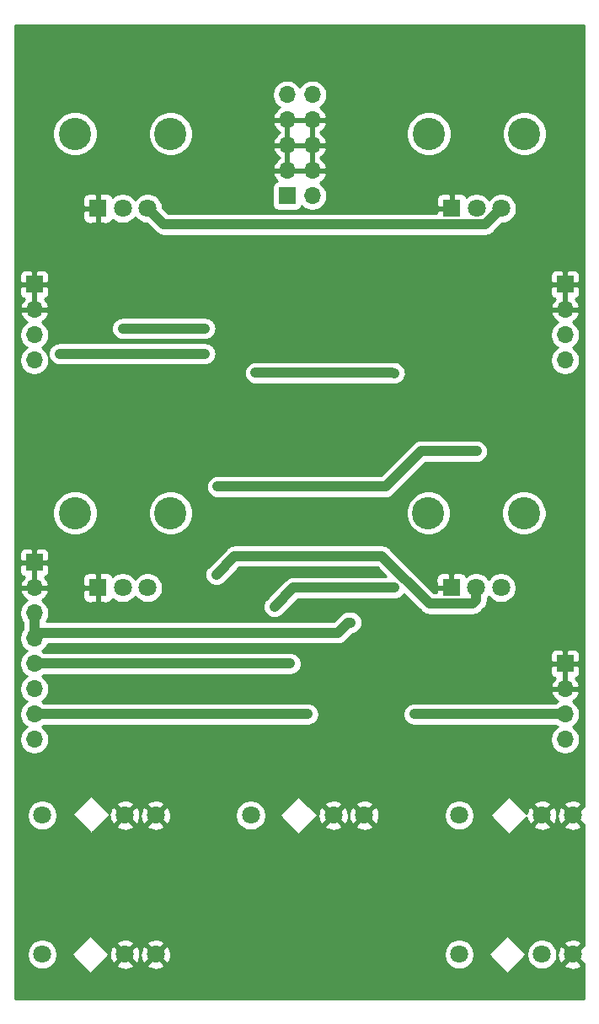
<source format=gbr>
G04 #@! TF.GenerationSoftware,KiCad,Pcbnew,5.1.6-c6e7f7d~87~ubuntu18.04.1*
G04 #@! TF.CreationDate,2020-08-19T11:35:40-04:00*
G04 #@! TF.ProjectId,filter_carrier_board,66696c74-6572-45f6-9361-72726965725f,1.2*
G04 #@! TF.SameCoordinates,Original*
G04 #@! TF.FileFunction,Copper,L1,Top*
G04 #@! TF.FilePolarity,Positive*
%FSLAX46Y46*%
G04 Gerber Fmt 4.6, Leading zero omitted, Abs format (unit mm)*
G04 Created by KiCad (PCBNEW 5.1.6-c6e7f7d~87~ubuntu18.04.1) date 2020-08-19 11:35:40*
%MOMM*%
%LPD*%
G01*
G04 APERTURE LIST*
G04 #@! TA.AperFunction,ComponentPad*
%ADD10C,1.800000*%
G04 #@! TD*
G04 #@! TA.AperFunction,ComponentPad*
%ADD11C,3.240000*%
G04 #@! TD*
G04 #@! TA.AperFunction,ComponentPad*
%ADD12R,1.800000X1.800000*%
G04 #@! TD*
G04 #@! TA.AperFunction,ComponentPad*
%ADD13R,1.700000X1.700000*%
G04 #@! TD*
G04 #@! TA.AperFunction,ComponentPad*
%ADD14O,1.700000X1.700000*%
G04 #@! TD*
G04 #@! TA.AperFunction,ViaPad*
%ADD15C,1.000000*%
G04 #@! TD*
G04 #@! TA.AperFunction,ViaPad*
%ADD16C,0.800000*%
G04 #@! TD*
G04 #@! TA.AperFunction,Conductor*
%ADD17C,1.000000*%
G04 #@! TD*
G04 #@! TA.AperFunction,Conductor*
%ADD18C,0.254000*%
G04 #@! TD*
G04 APERTURE END LIST*
D10*
X148115000Y-140970000D03*
X159515000Y-140970000D03*
X156415000Y-140970000D03*
X148115000Y-127000000D03*
X159515000Y-127000000D03*
X156415000Y-127000000D03*
X127160000Y-127000000D03*
X138560000Y-127000000D03*
X135460000Y-127000000D03*
X106205000Y-127000000D03*
X117605000Y-127000000D03*
X114505000Y-127000000D03*
X106205000Y-140970000D03*
X117605000Y-140970000D03*
X114505000Y-140970000D03*
D11*
X145020000Y-96640000D03*
X154620000Y-96640000D03*
D10*
X152320000Y-104140000D03*
X149820000Y-104140000D03*
D12*
X147320000Y-104140000D03*
D11*
X145060000Y-58540000D03*
X154660000Y-58540000D03*
D10*
X152360000Y-66040000D03*
X149860000Y-66040000D03*
D12*
X147360000Y-66040000D03*
D11*
X109500000Y-96640000D03*
X119100000Y-96640000D03*
D10*
X116800000Y-104140000D03*
X114300000Y-104140000D03*
D12*
X111800000Y-104140000D03*
D11*
X109500000Y-58540000D03*
X119100000Y-58540000D03*
D10*
X116800000Y-66040000D03*
X114300000Y-66040000D03*
D12*
X111800000Y-66040000D03*
D13*
X130810000Y-64770000D03*
D14*
X133350000Y-64770000D03*
X130810000Y-62230000D03*
X133350000Y-62230000D03*
X130810000Y-59690000D03*
X133350000Y-59690000D03*
X130810000Y-57150000D03*
X133350000Y-57150000D03*
X130810000Y-54610000D03*
X133350000Y-54610000D03*
X158750000Y-119380000D03*
X158750000Y-116840000D03*
X158750000Y-114300000D03*
D13*
X158750000Y-111760000D03*
X158750000Y-73660000D03*
D14*
X158750000Y-76200000D03*
X158750000Y-78740000D03*
X158750000Y-81280000D03*
D13*
X105410000Y-73660000D03*
D14*
X105410000Y-76200000D03*
X105410000Y-78740000D03*
X105410000Y-81280000D03*
D13*
X105410000Y-101600000D03*
D14*
X105410000Y-104140000D03*
X105410000Y-106680000D03*
X105410000Y-109220000D03*
X105410000Y-111760000D03*
X105410000Y-114300000D03*
X105410000Y-116840000D03*
X105410000Y-119380000D03*
D15*
X132892800Y-116840000D03*
X119380000Y-114300000D03*
X119380000Y-119380000D03*
X137414000Y-110172500D03*
X144780000Y-71120000D03*
X124460000Y-71120000D03*
X137160000Y-91440000D03*
X137160000Y-96520000D03*
X144780000Y-86360000D03*
X127000000Y-91440000D03*
X127000000Y-96520000D03*
X131127500Y-111760000D03*
D16*
X107950000Y-80645000D03*
X122555000Y-80645000D03*
X123700740Y-102810057D03*
X127635000Y-82550000D03*
X141605000Y-82563449D03*
D15*
X143586200Y-116840000D03*
D16*
X141605000Y-104140000D03*
X129540000Y-106045000D03*
X137223500Y-107632500D03*
X114300000Y-78105000D03*
X122555000Y-78105000D03*
X123825000Y-93980000D03*
X149860000Y-90424000D03*
D17*
X132892800Y-116840000D02*
X105410000Y-116840000D01*
X105410000Y-111760000D02*
X131127500Y-111760000D01*
X107950000Y-80645000D02*
X122555000Y-80645000D01*
X140335000Y-100965000D02*
X125545797Y-100965000D01*
X145110001Y-105740001D02*
X140335000Y-100965000D01*
X149492791Y-105740001D02*
X145110001Y-105740001D01*
X149820000Y-104140000D02*
X149820000Y-105412792D01*
X125545797Y-100965000D02*
X123700740Y-102810057D01*
X149820000Y-105412792D02*
X149492791Y-105740001D01*
X141358472Y-82550000D02*
X127635000Y-82550000D01*
X141605000Y-82563449D02*
X141358472Y-82550000D01*
X158750000Y-116840000D02*
X143586200Y-116840000D01*
X141605000Y-104140000D02*
X131445000Y-104140000D01*
X131445000Y-104140000D02*
X129540000Y-106045000D01*
X105410000Y-106680000D02*
X105410000Y-109220000D01*
X136971498Y-107632500D02*
X137223500Y-107632500D01*
X135959999Y-108643999D02*
X136971498Y-107632500D01*
X135959999Y-108648500D02*
X135959999Y-108643999D01*
X105410000Y-109220000D02*
X105981500Y-108648500D01*
X105981500Y-108648500D02*
X135959999Y-108648500D01*
X118400001Y-67640001D02*
X150759999Y-67640001D01*
X150759999Y-67640001D02*
X152360000Y-66040000D01*
X116800000Y-66040000D02*
X118400001Y-67640001D01*
X114300000Y-78105000D02*
X122555000Y-78105000D01*
X144272000Y-90424000D02*
X149860000Y-90424000D01*
X123825000Y-93980000D02*
X140716000Y-93980000D01*
X140716000Y-93980000D02*
X144272000Y-90424000D01*
D18*
G36*
X160630000Y-126132289D02*
G01*
X160579080Y-126115525D01*
X159694605Y-127000000D01*
X160579080Y-127884475D01*
X160630000Y-127867711D01*
X160630000Y-140102289D01*
X160579080Y-140085525D01*
X159694605Y-140970000D01*
X160579080Y-141854475D01*
X160630000Y-141837711D01*
X160630000Y-145390000D01*
X103530000Y-145390000D01*
X103530000Y-140818816D01*
X104670000Y-140818816D01*
X104670000Y-141121184D01*
X104728989Y-141417743D01*
X104844701Y-141697095D01*
X105012688Y-141948505D01*
X105226495Y-142162312D01*
X105477905Y-142330299D01*
X105757257Y-142446011D01*
X106053816Y-142505000D01*
X106356184Y-142505000D01*
X106652743Y-142446011D01*
X106932095Y-142330299D01*
X107183505Y-142162312D01*
X107397312Y-141948505D01*
X107565299Y-141697095D01*
X107681011Y-141417743D01*
X107740000Y-141121184D01*
X107740000Y-140970000D01*
X109093000Y-140970000D01*
X109095440Y-140994776D01*
X109102667Y-141018601D01*
X109114403Y-141040557D01*
X109130197Y-141059803D01*
X110930197Y-142859803D01*
X110949443Y-142875597D01*
X110971399Y-142887333D01*
X110995224Y-142894560D01*
X111020000Y-142897000D01*
X111044776Y-142894560D01*
X111068601Y-142887333D01*
X111090557Y-142875597D01*
X111109803Y-142859803D01*
X111935526Y-142034080D01*
X113620525Y-142034080D01*
X113704208Y-142288261D01*
X113976775Y-142419158D01*
X114269642Y-142494365D01*
X114571553Y-142510991D01*
X114870907Y-142468397D01*
X115156199Y-142368222D01*
X115305792Y-142288261D01*
X115389475Y-142034080D01*
X116720525Y-142034080D01*
X116804208Y-142288261D01*
X117076775Y-142419158D01*
X117369642Y-142494365D01*
X117671553Y-142510991D01*
X117970907Y-142468397D01*
X118256199Y-142368222D01*
X118405792Y-142288261D01*
X118489475Y-142034080D01*
X117605000Y-141149605D01*
X116720525Y-142034080D01*
X115389475Y-142034080D01*
X114505000Y-141149605D01*
X113620525Y-142034080D01*
X111935526Y-142034080D01*
X112909803Y-141059803D01*
X112925597Y-141040557D01*
X112927737Y-141036553D01*
X112964009Y-141036553D01*
X113006603Y-141335907D01*
X113106778Y-141621199D01*
X113186739Y-141770792D01*
X113440920Y-141854475D01*
X114325395Y-140970000D01*
X114684605Y-140970000D01*
X115569080Y-141854475D01*
X115823261Y-141770792D01*
X115954158Y-141498225D01*
X116029365Y-141205358D01*
X116038660Y-141036553D01*
X116064009Y-141036553D01*
X116106603Y-141335907D01*
X116206778Y-141621199D01*
X116286739Y-141770792D01*
X116540920Y-141854475D01*
X117425395Y-140970000D01*
X117784605Y-140970000D01*
X118669080Y-141854475D01*
X118923261Y-141770792D01*
X119054158Y-141498225D01*
X119129365Y-141205358D01*
X119145991Y-140903447D01*
X119133950Y-140818816D01*
X146580000Y-140818816D01*
X146580000Y-141121184D01*
X146638989Y-141417743D01*
X146754701Y-141697095D01*
X146922688Y-141948505D01*
X147136495Y-142162312D01*
X147387905Y-142330299D01*
X147667257Y-142446011D01*
X147963816Y-142505000D01*
X148266184Y-142505000D01*
X148562743Y-142446011D01*
X148842095Y-142330299D01*
X149093505Y-142162312D01*
X149307312Y-141948505D01*
X149475299Y-141697095D01*
X149591011Y-141417743D01*
X149650000Y-141121184D01*
X149650000Y-140970000D01*
X151003000Y-140970000D01*
X151005440Y-140994776D01*
X151012667Y-141018601D01*
X151024403Y-141040557D01*
X151040197Y-141059803D01*
X152840197Y-142859803D01*
X152859443Y-142875597D01*
X152881399Y-142887333D01*
X152905224Y-142894560D01*
X152930000Y-142897000D01*
X152954776Y-142894560D01*
X152978601Y-142887333D01*
X153000557Y-142875597D01*
X153019803Y-142859803D01*
X154819803Y-141059803D01*
X154835597Y-141040557D01*
X154847333Y-141018601D01*
X154854560Y-140994776D01*
X154857000Y-140970000D01*
X154854560Y-140945224D01*
X154847333Y-140921399D01*
X154835597Y-140899443D01*
X154819803Y-140880197D01*
X154758422Y-140818816D01*
X154880000Y-140818816D01*
X154880000Y-141121184D01*
X154938989Y-141417743D01*
X155054701Y-141697095D01*
X155222688Y-141948505D01*
X155436495Y-142162312D01*
X155687905Y-142330299D01*
X155967257Y-142446011D01*
X156263816Y-142505000D01*
X156566184Y-142505000D01*
X156862743Y-142446011D01*
X157142095Y-142330299D01*
X157393505Y-142162312D01*
X157521737Y-142034080D01*
X158630525Y-142034080D01*
X158714208Y-142288261D01*
X158986775Y-142419158D01*
X159279642Y-142494365D01*
X159581553Y-142510991D01*
X159880907Y-142468397D01*
X160166199Y-142368222D01*
X160315792Y-142288261D01*
X160399475Y-142034080D01*
X159515000Y-141149605D01*
X158630525Y-142034080D01*
X157521737Y-142034080D01*
X157607312Y-141948505D01*
X157775299Y-141697095D01*
X157891011Y-141417743D01*
X157950000Y-141121184D01*
X157950000Y-141036553D01*
X157974009Y-141036553D01*
X158016603Y-141335907D01*
X158116778Y-141621199D01*
X158196739Y-141770792D01*
X158450920Y-141854475D01*
X159335395Y-140970000D01*
X158450920Y-140085525D01*
X158196739Y-140169208D01*
X158065842Y-140441775D01*
X157990635Y-140734642D01*
X157974009Y-141036553D01*
X157950000Y-141036553D01*
X157950000Y-140818816D01*
X157891011Y-140522257D01*
X157775299Y-140242905D01*
X157607312Y-139991495D01*
X157521737Y-139905920D01*
X158630525Y-139905920D01*
X159515000Y-140790395D01*
X160399475Y-139905920D01*
X160315792Y-139651739D01*
X160043225Y-139520842D01*
X159750358Y-139445635D01*
X159448447Y-139429009D01*
X159149093Y-139471603D01*
X158863801Y-139571778D01*
X158714208Y-139651739D01*
X158630525Y-139905920D01*
X157521737Y-139905920D01*
X157393505Y-139777688D01*
X157142095Y-139609701D01*
X156862743Y-139493989D01*
X156566184Y-139435000D01*
X156263816Y-139435000D01*
X155967257Y-139493989D01*
X155687905Y-139609701D01*
X155436495Y-139777688D01*
X155222688Y-139991495D01*
X155054701Y-140242905D01*
X154938989Y-140522257D01*
X154880000Y-140818816D01*
X154758422Y-140818816D01*
X153019803Y-139080197D01*
X153000557Y-139064403D01*
X152978601Y-139052667D01*
X152954776Y-139045440D01*
X152930000Y-139043000D01*
X152905224Y-139045440D01*
X152881399Y-139052667D01*
X152859443Y-139064403D01*
X152840197Y-139080197D01*
X151040197Y-140880197D01*
X151024403Y-140899443D01*
X151012667Y-140921399D01*
X151005440Y-140945224D01*
X151003000Y-140970000D01*
X149650000Y-140970000D01*
X149650000Y-140818816D01*
X149591011Y-140522257D01*
X149475299Y-140242905D01*
X149307312Y-139991495D01*
X149093505Y-139777688D01*
X148842095Y-139609701D01*
X148562743Y-139493989D01*
X148266184Y-139435000D01*
X147963816Y-139435000D01*
X147667257Y-139493989D01*
X147387905Y-139609701D01*
X147136495Y-139777688D01*
X146922688Y-139991495D01*
X146754701Y-140242905D01*
X146638989Y-140522257D01*
X146580000Y-140818816D01*
X119133950Y-140818816D01*
X119103397Y-140604093D01*
X119003222Y-140318801D01*
X118923261Y-140169208D01*
X118669080Y-140085525D01*
X117784605Y-140970000D01*
X117425395Y-140970000D01*
X116540920Y-140085525D01*
X116286739Y-140169208D01*
X116155842Y-140441775D01*
X116080635Y-140734642D01*
X116064009Y-141036553D01*
X116038660Y-141036553D01*
X116045991Y-140903447D01*
X116003397Y-140604093D01*
X115903222Y-140318801D01*
X115823261Y-140169208D01*
X115569080Y-140085525D01*
X114684605Y-140970000D01*
X114325395Y-140970000D01*
X113440920Y-140085525D01*
X113186739Y-140169208D01*
X113055842Y-140441775D01*
X112980635Y-140734642D01*
X112964009Y-141036553D01*
X112927737Y-141036553D01*
X112937333Y-141018601D01*
X112944560Y-140994776D01*
X112947000Y-140970000D01*
X112944560Y-140945224D01*
X112937333Y-140921399D01*
X112925597Y-140899443D01*
X112909803Y-140880197D01*
X111935526Y-139905920D01*
X113620525Y-139905920D01*
X114505000Y-140790395D01*
X115389475Y-139905920D01*
X116720525Y-139905920D01*
X117605000Y-140790395D01*
X118489475Y-139905920D01*
X118405792Y-139651739D01*
X118133225Y-139520842D01*
X117840358Y-139445635D01*
X117538447Y-139429009D01*
X117239093Y-139471603D01*
X116953801Y-139571778D01*
X116804208Y-139651739D01*
X116720525Y-139905920D01*
X115389475Y-139905920D01*
X115305792Y-139651739D01*
X115033225Y-139520842D01*
X114740358Y-139445635D01*
X114438447Y-139429009D01*
X114139093Y-139471603D01*
X113853801Y-139571778D01*
X113704208Y-139651739D01*
X113620525Y-139905920D01*
X111935526Y-139905920D01*
X111109803Y-139080197D01*
X111090557Y-139064403D01*
X111068601Y-139052667D01*
X111044776Y-139045440D01*
X111020000Y-139043000D01*
X110995224Y-139045440D01*
X110971399Y-139052667D01*
X110949443Y-139064403D01*
X110930197Y-139080197D01*
X109130197Y-140880197D01*
X109114403Y-140899443D01*
X109102667Y-140921399D01*
X109095440Y-140945224D01*
X109093000Y-140970000D01*
X107740000Y-140970000D01*
X107740000Y-140818816D01*
X107681011Y-140522257D01*
X107565299Y-140242905D01*
X107397312Y-139991495D01*
X107183505Y-139777688D01*
X106932095Y-139609701D01*
X106652743Y-139493989D01*
X106356184Y-139435000D01*
X106053816Y-139435000D01*
X105757257Y-139493989D01*
X105477905Y-139609701D01*
X105226495Y-139777688D01*
X105012688Y-139991495D01*
X104844701Y-140242905D01*
X104728989Y-140522257D01*
X104670000Y-140818816D01*
X103530000Y-140818816D01*
X103530000Y-126848816D01*
X104670000Y-126848816D01*
X104670000Y-127151184D01*
X104728989Y-127447743D01*
X104844701Y-127727095D01*
X105012688Y-127978505D01*
X105226495Y-128192312D01*
X105477905Y-128360299D01*
X105757257Y-128476011D01*
X106053816Y-128535000D01*
X106356184Y-128535000D01*
X106652743Y-128476011D01*
X106932095Y-128360299D01*
X107183505Y-128192312D01*
X107397312Y-127978505D01*
X107565299Y-127727095D01*
X107681011Y-127447743D01*
X107740000Y-127151184D01*
X107740000Y-126895000D01*
X109198000Y-126895000D01*
X109200440Y-126919776D01*
X109207667Y-126943601D01*
X109219403Y-126965557D01*
X109235197Y-126984803D01*
X111035197Y-128784803D01*
X111054443Y-128800597D01*
X111076399Y-128812333D01*
X111100224Y-128819560D01*
X111125000Y-128822000D01*
X111149776Y-128819560D01*
X111173601Y-128812333D01*
X111195557Y-128800597D01*
X111214803Y-128784803D01*
X111935526Y-128064080D01*
X113620525Y-128064080D01*
X113704208Y-128318261D01*
X113976775Y-128449158D01*
X114269642Y-128524365D01*
X114571553Y-128540991D01*
X114870907Y-128498397D01*
X115156199Y-128398222D01*
X115305792Y-128318261D01*
X115389475Y-128064080D01*
X116720525Y-128064080D01*
X116804208Y-128318261D01*
X117076775Y-128449158D01*
X117369642Y-128524365D01*
X117671553Y-128540991D01*
X117970907Y-128498397D01*
X118256199Y-128398222D01*
X118405792Y-128318261D01*
X118489475Y-128064080D01*
X117605000Y-127179605D01*
X116720525Y-128064080D01*
X115389475Y-128064080D01*
X114505000Y-127179605D01*
X113620525Y-128064080D01*
X111935526Y-128064080D01*
X112965813Y-127033793D01*
X112964009Y-127066553D01*
X113006603Y-127365907D01*
X113106778Y-127651199D01*
X113186739Y-127800792D01*
X113440920Y-127884475D01*
X114325395Y-127000000D01*
X114684605Y-127000000D01*
X115569080Y-127884475D01*
X115823261Y-127800792D01*
X115954158Y-127528225D01*
X116029365Y-127235358D01*
X116038660Y-127066553D01*
X116064009Y-127066553D01*
X116106603Y-127365907D01*
X116206778Y-127651199D01*
X116286739Y-127800792D01*
X116540920Y-127884475D01*
X117425395Y-127000000D01*
X117784605Y-127000000D01*
X118669080Y-127884475D01*
X118923261Y-127800792D01*
X119054158Y-127528225D01*
X119129365Y-127235358D01*
X119145991Y-126933447D01*
X119133950Y-126848816D01*
X125625000Y-126848816D01*
X125625000Y-127151184D01*
X125683989Y-127447743D01*
X125799701Y-127727095D01*
X125967688Y-127978505D01*
X126181495Y-128192312D01*
X126432905Y-128360299D01*
X126712257Y-128476011D01*
X127008816Y-128535000D01*
X127311184Y-128535000D01*
X127607743Y-128476011D01*
X127887095Y-128360299D01*
X128138505Y-128192312D01*
X128352312Y-127978505D01*
X128520299Y-127727095D01*
X128636011Y-127447743D01*
X128695000Y-127151184D01*
X128695000Y-127000000D01*
X130048000Y-127000000D01*
X130050440Y-127024776D01*
X130057667Y-127048601D01*
X130069403Y-127070557D01*
X130085197Y-127089803D01*
X131885197Y-128889803D01*
X131904443Y-128905597D01*
X131926399Y-128917333D01*
X131950224Y-128924560D01*
X131975000Y-128927000D01*
X131999776Y-128924560D01*
X132023601Y-128917333D01*
X132045557Y-128905597D01*
X132064803Y-128889803D01*
X132890526Y-128064080D01*
X134575525Y-128064080D01*
X134659208Y-128318261D01*
X134931775Y-128449158D01*
X135224642Y-128524365D01*
X135526553Y-128540991D01*
X135825907Y-128498397D01*
X136111199Y-128398222D01*
X136260792Y-128318261D01*
X136344475Y-128064080D01*
X137675525Y-128064080D01*
X137759208Y-128318261D01*
X138031775Y-128449158D01*
X138324642Y-128524365D01*
X138626553Y-128540991D01*
X138925907Y-128498397D01*
X139211199Y-128398222D01*
X139360792Y-128318261D01*
X139444475Y-128064080D01*
X138560000Y-127179605D01*
X137675525Y-128064080D01*
X136344475Y-128064080D01*
X135460000Y-127179605D01*
X134575525Y-128064080D01*
X132890526Y-128064080D01*
X133864803Y-127089803D01*
X133880597Y-127070557D01*
X133882737Y-127066553D01*
X133919009Y-127066553D01*
X133961603Y-127365907D01*
X134061778Y-127651199D01*
X134141739Y-127800792D01*
X134395920Y-127884475D01*
X135280395Y-127000000D01*
X135639605Y-127000000D01*
X136524080Y-127884475D01*
X136778261Y-127800792D01*
X136909158Y-127528225D01*
X136984365Y-127235358D01*
X136993660Y-127066553D01*
X137019009Y-127066553D01*
X137061603Y-127365907D01*
X137161778Y-127651199D01*
X137241739Y-127800792D01*
X137495920Y-127884475D01*
X138380395Y-127000000D01*
X138739605Y-127000000D01*
X139624080Y-127884475D01*
X139878261Y-127800792D01*
X140009158Y-127528225D01*
X140084365Y-127235358D01*
X140100991Y-126933447D01*
X140088950Y-126848816D01*
X146580000Y-126848816D01*
X146580000Y-127151184D01*
X146638989Y-127447743D01*
X146754701Y-127727095D01*
X146922688Y-127978505D01*
X147136495Y-128192312D01*
X147387905Y-128360299D01*
X147667257Y-128476011D01*
X147963816Y-128535000D01*
X148266184Y-128535000D01*
X148562743Y-128476011D01*
X148842095Y-128360299D01*
X149093505Y-128192312D01*
X149307312Y-127978505D01*
X149475299Y-127727095D01*
X149591011Y-127447743D01*
X149650000Y-127151184D01*
X149650000Y-127000000D01*
X151213000Y-127000000D01*
X151215440Y-127024776D01*
X151222667Y-127048601D01*
X151234403Y-127070557D01*
X151250197Y-127089803D01*
X153050197Y-128889803D01*
X153069443Y-128905597D01*
X153091399Y-128917333D01*
X153115224Y-128924560D01*
X153140000Y-128927000D01*
X153164776Y-128924560D01*
X153188601Y-128917333D01*
X153210557Y-128905597D01*
X153229803Y-128889803D01*
X154055526Y-128064080D01*
X155530525Y-128064080D01*
X155614208Y-128318261D01*
X155886775Y-128449158D01*
X156179642Y-128524365D01*
X156481553Y-128540991D01*
X156780907Y-128498397D01*
X157066199Y-128398222D01*
X157215792Y-128318261D01*
X157299475Y-128064080D01*
X158630525Y-128064080D01*
X158714208Y-128318261D01*
X158986775Y-128449158D01*
X159279642Y-128524365D01*
X159581553Y-128540991D01*
X159880907Y-128498397D01*
X160166199Y-128398222D01*
X160315792Y-128318261D01*
X160399475Y-128064080D01*
X159515000Y-127179605D01*
X158630525Y-128064080D01*
X157299475Y-128064080D01*
X156415000Y-127179605D01*
X155530525Y-128064080D01*
X154055526Y-128064080D01*
X154896311Y-127223295D01*
X154916603Y-127365907D01*
X155016778Y-127651199D01*
X155096739Y-127800792D01*
X155350920Y-127884475D01*
X156235395Y-127000000D01*
X156594605Y-127000000D01*
X157479080Y-127884475D01*
X157733261Y-127800792D01*
X157864158Y-127528225D01*
X157939365Y-127235358D01*
X157948660Y-127066553D01*
X157974009Y-127066553D01*
X158016603Y-127365907D01*
X158116778Y-127651199D01*
X158196739Y-127800792D01*
X158450920Y-127884475D01*
X159335395Y-127000000D01*
X158450920Y-126115525D01*
X158196739Y-126199208D01*
X158065842Y-126471775D01*
X157990635Y-126764642D01*
X157974009Y-127066553D01*
X157948660Y-127066553D01*
X157955991Y-126933447D01*
X157913397Y-126634093D01*
X157813222Y-126348801D01*
X157733261Y-126199208D01*
X157479080Y-126115525D01*
X156594605Y-127000000D01*
X156235395Y-127000000D01*
X155350920Y-126115525D01*
X155096739Y-126199208D01*
X154965842Y-126471775D01*
X154890635Y-126764642D01*
X154890302Y-126770696D01*
X154055526Y-125935920D01*
X155530525Y-125935920D01*
X156415000Y-126820395D01*
X157299475Y-125935920D01*
X158630525Y-125935920D01*
X159515000Y-126820395D01*
X160399475Y-125935920D01*
X160315792Y-125681739D01*
X160043225Y-125550842D01*
X159750358Y-125475635D01*
X159448447Y-125459009D01*
X159149093Y-125501603D01*
X158863801Y-125601778D01*
X158714208Y-125681739D01*
X158630525Y-125935920D01*
X157299475Y-125935920D01*
X157215792Y-125681739D01*
X156943225Y-125550842D01*
X156650358Y-125475635D01*
X156348447Y-125459009D01*
X156049093Y-125501603D01*
X155763801Y-125601778D01*
X155614208Y-125681739D01*
X155530525Y-125935920D01*
X154055526Y-125935920D01*
X153229803Y-125110197D01*
X153210557Y-125094403D01*
X153188601Y-125082667D01*
X153164776Y-125075440D01*
X153140000Y-125073000D01*
X153115224Y-125075440D01*
X153091399Y-125082667D01*
X153069443Y-125094403D01*
X153050197Y-125110197D01*
X151250197Y-126910197D01*
X151234403Y-126929443D01*
X151222667Y-126951399D01*
X151215440Y-126975224D01*
X151213000Y-127000000D01*
X149650000Y-127000000D01*
X149650000Y-126848816D01*
X149591011Y-126552257D01*
X149475299Y-126272905D01*
X149307312Y-126021495D01*
X149093505Y-125807688D01*
X148842095Y-125639701D01*
X148562743Y-125523989D01*
X148266184Y-125465000D01*
X147963816Y-125465000D01*
X147667257Y-125523989D01*
X147387905Y-125639701D01*
X147136495Y-125807688D01*
X146922688Y-126021495D01*
X146754701Y-126272905D01*
X146638989Y-126552257D01*
X146580000Y-126848816D01*
X140088950Y-126848816D01*
X140058397Y-126634093D01*
X139958222Y-126348801D01*
X139878261Y-126199208D01*
X139624080Y-126115525D01*
X138739605Y-127000000D01*
X138380395Y-127000000D01*
X137495920Y-126115525D01*
X137241739Y-126199208D01*
X137110842Y-126471775D01*
X137035635Y-126764642D01*
X137019009Y-127066553D01*
X136993660Y-127066553D01*
X137000991Y-126933447D01*
X136958397Y-126634093D01*
X136858222Y-126348801D01*
X136778261Y-126199208D01*
X136524080Y-126115525D01*
X135639605Y-127000000D01*
X135280395Y-127000000D01*
X134395920Y-126115525D01*
X134141739Y-126199208D01*
X134010842Y-126471775D01*
X133935635Y-126764642D01*
X133919009Y-127066553D01*
X133882737Y-127066553D01*
X133892333Y-127048601D01*
X133899560Y-127024776D01*
X133902000Y-127000000D01*
X133899560Y-126975224D01*
X133892333Y-126951399D01*
X133880597Y-126929443D01*
X133864803Y-126910197D01*
X132890526Y-125935920D01*
X134575525Y-125935920D01*
X135460000Y-126820395D01*
X136344475Y-125935920D01*
X137675525Y-125935920D01*
X138560000Y-126820395D01*
X139444475Y-125935920D01*
X139360792Y-125681739D01*
X139088225Y-125550842D01*
X138795358Y-125475635D01*
X138493447Y-125459009D01*
X138194093Y-125501603D01*
X137908801Y-125601778D01*
X137759208Y-125681739D01*
X137675525Y-125935920D01*
X136344475Y-125935920D01*
X136260792Y-125681739D01*
X135988225Y-125550842D01*
X135695358Y-125475635D01*
X135393447Y-125459009D01*
X135094093Y-125501603D01*
X134808801Y-125601778D01*
X134659208Y-125681739D01*
X134575525Y-125935920D01*
X132890526Y-125935920D01*
X132064803Y-125110197D01*
X132045557Y-125094403D01*
X132023601Y-125082667D01*
X131999776Y-125075440D01*
X131975000Y-125073000D01*
X131950224Y-125075440D01*
X131926399Y-125082667D01*
X131904443Y-125094403D01*
X131885197Y-125110197D01*
X130085197Y-126910197D01*
X130069403Y-126929443D01*
X130057667Y-126951399D01*
X130050440Y-126975224D01*
X130048000Y-127000000D01*
X128695000Y-127000000D01*
X128695000Y-126848816D01*
X128636011Y-126552257D01*
X128520299Y-126272905D01*
X128352312Y-126021495D01*
X128138505Y-125807688D01*
X127887095Y-125639701D01*
X127607743Y-125523989D01*
X127311184Y-125465000D01*
X127008816Y-125465000D01*
X126712257Y-125523989D01*
X126432905Y-125639701D01*
X126181495Y-125807688D01*
X125967688Y-126021495D01*
X125799701Y-126272905D01*
X125683989Y-126552257D01*
X125625000Y-126848816D01*
X119133950Y-126848816D01*
X119103397Y-126634093D01*
X119003222Y-126348801D01*
X118923261Y-126199208D01*
X118669080Y-126115525D01*
X117784605Y-127000000D01*
X117425395Y-127000000D01*
X116540920Y-126115525D01*
X116286739Y-126199208D01*
X116155842Y-126471775D01*
X116080635Y-126764642D01*
X116064009Y-127066553D01*
X116038660Y-127066553D01*
X116045991Y-126933447D01*
X116003397Y-126634093D01*
X115903222Y-126348801D01*
X115823261Y-126199208D01*
X115569080Y-126115525D01*
X114684605Y-127000000D01*
X114325395Y-127000000D01*
X113440920Y-126115525D01*
X113186739Y-126199208D01*
X113055842Y-126471775D01*
X112980635Y-126764642D01*
X112980302Y-126770696D01*
X112145526Y-125935920D01*
X113620525Y-125935920D01*
X114505000Y-126820395D01*
X115389475Y-125935920D01*
X116720525Y-125935920D01*
X117605000Y-126820395D01*
X118489475Y-125935920D01*
X118405792Y-125681739D01*
X118133225Y-125550842D01*
X117840358Y-125475635D01*
X117538447Y-125459009D01*
X117239093Y-125501603D01*
X116953801Y-125601778D01*
X116804208Y-125681739D01*
X116720525Y-125935920D01*
X115389475Y-125935920D01*
X115305792Y-125681739D01*
X115033225Y-125550842D01*
X114740358Y-125475635D01*
X114438447Y-125459009D01*
X114139093Y-125501603D01*
X113853801Y-125601778D01*
X113704208Y-125681739D01*
X113620525Y-125935920D01*
X112145526Y-125935920D01*
X111214803Y-125005197D01*
X111195557Y-124989403D01*
X111173601Y-124977667D01*
X111149776Y-124970440D01*
X111125000Y-124968000D01*
X111100224Y-124970440D01*
X111076399Y-124977667D01*
X111054443Y-124989403D01*
X111035197Y-125005197D01*
X109235197Y-126805197D01*
X109219403Y-126824443D01*
X109207667Y-126846399D01*
X109200440Y-126870224D01*
X109198000Y-126895000D01*
X107740000Y-126895000D01*
X107740000Y-126848816D01*
X107681011Y-126552257D01*
X107565299Y-126272905D01*
X107397312Y-126021495D01*
X107183505Y-125807688D01*
X106932095Y-125639701D01*
X106652743Y-125523989D01*
X106356184Y-125465000D01*
X106053816Y-125465000D01*
X105757257Y-125523989D01*
X105477905Y-125639701D01*
X105226495Y-125807688D01*
X105012688Y-126021495D01*
X104844701Y-126272905D01*
X104728989Y-126552257D01*
X104670000Y-126848816D01*
X103530000Y-126848816D01*
X103530000Y-106533740D01*
X103925000Y-106533740D01*
X103925000Y-106826260D01*
X103982068Y-107113158D01*
X104094010Y-107383411D01*
X104256525Y-107626632D01*
X104275000Y-107645107D01*
X104275001Y-108254892D01*
X104256525Y-108273368D01*
X104094010Y-108516589D01*
X103982068Y-108786842D01*
X103925000Y-109073740D01*
X103925000Y-109366260D01*
X103982068Y-109653158D01*
X104094010Y-109923411D01*
X104256525Y-110166632D01*
X104463368Y-110373475D01*
X104637760Y-110490000D01*
X104463368Y-110606525D01*
X104256525Y-110813368D01*
X104094010Y-111056589D01*
X103982068Y-111326842D01*
X103925000Y-111613740D01*
X103925000Y-111906260D01*
X103982068Y-112193158D01*
X104094010Y-112463411D01*
X104256525Y-112706632D01*
X104463368Y-112913475D01*
X104637760Y-113030000D01*
X104463368Y-113146525D01*
X104256525Y-113353368D01*
X104094010Y-113596589D01*
X103982068Y-113866842D01*
X103925000Y-114153740D01*
X103925000Y-114446260D01*
X103982068Y-114733158D01*
X104094010Y-115003411D01*
X104256525Y-115246632D01*
X104463368Y-115453475D01*
X104637760Y-115570000D01*
X104463368Y-115686525D01*
X104256525Y-115893368D01*
X104094010Y-116136589D01*
X103982068Y-116406842D01*
X103925000Y-116693740D01*
X103925000Y-116986260D01*
X103982068Y-117273158D01*
X104094010Y-117543411D01*
X104256525Y-117786632D01*
X104463368Y-117993475D01*
X104637760Y-118110000D01*
X104463368Y-118226525D01*
X104256525Y-118433368D01*
X104094010Y-118676589D01*
X103982068Y-118946842D01*
X103925000Y-119233740D01*
X103925000Y-119526260D01*
X103982068Y-119813158D01*
X104094010Y-120083411D01*
X104256525Y-120326632D01*
X104463368Y-120533475D01*
X104706589Y-120695990D01*
X104976842Y-120807932D01*
X105263740Y-120865000D01*
X105556260Y-120865000D01*
X105843158Y-120807932D01*
X106113411Y-120695990D01*
X106356632Y-120533475D01*
X106563475Y-120326632D01*
X106725990Y-120083411D01*
X106837932Y-119813158D01*
X106895000Y-119526260D01*
X106895000Y-119233740D01*
X106837932Y-118946842D01*
X106725990Y-118676589D01*
X106563475Y-118433368D01*
X106356632Y-118226525D01*
X106182240Y-118110000D01*
X106356632Y-117993475D01*
X106375107Y-117975000D01*
X133004588Y-117975000D01*
X133059547Y-117964068D01*
X133115299Y-117958577D01*
X133168906Y-117942315D01*
X133223867Y-117931383D01*
X133275642Y-117909937D01*
X133329247Y-117893676D01*
X133378651Y-117867269D01*
X133430424Y-117845824D01*
X133477014Y-117814693D01*
X133526423Y-117788284D01*
X133569732Y-117752741D01*
X133616320Y-117721612D01*
X133655941Y-117681991D01*
X133699249Y-117646449D01*
X133734791Y-117603141D01*
X133774412Y-117563520D01*
X133805541Y-117516932D01*
X133841084Y-117473623D01*
X133867493Y-117424214D01*
X133898624Y-117377624D01*
X133920069Y-117325851D01*
X133946476Y-117276447D01*
X133962737Y-117222842D01*
X133984183Y-117171067D01*
X133995115Y-117116106D01*
X134011377Y-117062499D01*
X134016868Y-117006747D01*
X134027800Y-116951788D01*
X134027800Y-116895752D01*
X134033291Y-116840000D01*
X142445709Y-116840000D01*
X142451200Y-116895752D01*
X142451200Y-116951788D01*
X142462132Y-117006747D01*
X142467623Y-117062499D01*
X142483885Y-117116106D01*
X142494817Y-117171067D01*
X142516263Y-117222842D01*
X142532524Y-117276447D01*
X142558931Y-117325851D01*
X142580376Y-117377624D01*
X142611507Y-117424214D01*
X142637916Y-117473623D01*
X142673459Y-117516932D01*
X142704588Y-117563520D01*
X142744209Y-117603141D01*
X142779751Y-117646449D01*
X142823059Y-117681991D01*
X142862680Y-117721612D01*
X142909268Y-117752741D01*
X142952577Y-117788284D01*
X143001986Y-117814693D01*
X143048576Y-117845824D01*
X143100349Y-117867269D01*
X143149753Y-117893676D01*
X143203358Y-117909937D01*
X143255133Y-117931383D01*
X143310094Y-117942315D01*
X143363701Y-117958577D01*
X143419453Y-117964068D01*
X143474412Y-117975000D01*
X157784893Y-117975000D01*
X157803368Y-117993475D01*
X157977760Y-118110000D01*
X157803368Y-118226525D01*
X157596525Y-118433368D01*
X157434010Y-118676589D01*
X157322068Y-118946842D01*
X157265000Y-119233740D01*
X157265000Y-119526260D01*
X157322068Y-119813158D01*
X157434010Y-120083411D01*
X157596525Y-120326632D01*
X157803368Y-120533475D01*
X158046589Y-120695990D01*
X158316842Y-120807932D01*
X158603740Y-120865000D01*
X158896260Y-120865000D01*
X159183158Y-120807932D01*
X159453411Y-120695990D01*
X159696632Y-120533475D01*
X159903475Y-120326632D01*
X160065990Y-120083411D01*
X160177932Y-119813158D01*
X160235000Y-119526260D01*
X160235000Y-119233740D01*
X160177932Y-118946842D01*
X160065990Y-118676589D01*
X159903475Y-118433368D01*
X159696632Y-118226525D01*
X159522240Y-118110000D01*
X159696632Y-117993475D01*
X159903475Y-117786632D01*
X160065990Y-117543411D01*
X160177932Y-117273158D01*
X160235000Y-116986260D01*
X160235000Y-116693740D01*
X160177932Y-116406842D01*
X160065990Y-116136589D01*
X159903475Y-115893368D01*
X159696632Y-115686525D01*
X159514466Y-115564805D01*
X159631355Y-115495178D01*
X159847588Y-115300269D01*
X160021641Y-115066920D01*
X160146825Y-114804099D01*
X160191476Y-114656890D01*
X160070155Y-114427000D01*
X158877000Y-114427000D01*
X158877000Y-114447000D01*
X158623000Y-114447000D01*
X158623000Y-114427000D01*
X157429845Y-114427000D01*
X157308524Y-114656890D01*
X157353175Y-114804099D01*
X157478359Y-115066920D01*
X157652412Y-115300269D01*
X157868645Y-115495178D01*
X157985534Y-115564805D01*
X157803368Y-115686525D01*
X157784893Y-115705000D01*
X143474412Y-115705000D01*
X143419453Y-115715932D01*
X143363701Y-115721423D01*
X143310094Y-115737685D01*
X143255133Y-115748617D01*
X143203358Y-115770063D01*
X143149753Y-115786324D01*
X143100349Y-115812731D01*
X143048576Y-115834176D01*
X143001986Y-115865307D01*
X142952577Y-115891716D01*
X142909268Y-115927259D01*
X142862680Y-115958388D01*
X142823059Y-115998009D01*
X142779751Y-116033551D01*
X142744209Y-116076859D01*
X142704588Y-116116480D01*
X142673459Y-116163068D01*
X142637916Y-116206377D01*
X142611507Y-116255786D01*
X142580376Y-116302376D01*
X142558931Y-116354149D01*
X142532524Y-116403553D01*
X142516263Y-116457158D01*
X142494817Y-116508933D01*
X142483885Y-116563894D01*
X142467623Y-116617501D01*
X142462132Y-116673253D01*
X142451200Y-116728212D01*
X142451200Y-116784248D01*
X142445709Y-116840000D01*
X134033291Y-116840000D01*
X134027800Y-116784248D01*
X134027800Y-116728212D01*
X134016868Y-116673253D01*
X134011377Y-116617501D01*
X133995115Y-116563894D01*
X133984183Y-116508933D01*
X133962737Y-116457158D01*
X133946476Y-116403553D01*
X133920069Y-116354149D01*
X133898624Y-116302376D01*
X133867493Y-116255786D01*
X133841084Y-116206377D01*
X133805541Y-116163068D01*
X133774412Y-116116480D01*
X133734791Y-116076859D01*
X133699249Y-116033551D01*
X133655941Y-115998009D01*
X133616320Y-115958388D01*
X133569732Y-115927259D01*
X133526423Y-115891716D01*
X133477014Y-115865307D01*
X133430424Y-115834176D01*
X133378651Y-115812731D01*
X133329247Y-115786324D01*
X133275642Y-115770063D01*
X133223867Y-115748617D01*
X133168906Y-115737685D01*
X133115299Y-115721423D01*
X133059547Y-115715932D01*
X133004588Y-115705000D01*
X106375107Y-115705000D01*
X106356632Y-115686525D01*
X106182240Y-115570000D01*
X106356632Y-115453475D01*
X106563475Y-115246632D01*
X106725990Y-115003411D01*
X106837932Y-114733158D01*
X106895000Y-114446260D01*
X106895000Y-114153740D01*
X106837932Y-113866842D01*
X106725990Y-113596589D01*
X106563475Y-113353368D01*
X106356632Y-113146525D01*
X106182240Y-113030000D01*
X106356632Y-112913475D01*
X106375107Y-112895000D01*
X131239288Y-112895000D01*
X131294247Y-112884068D01*
X131349999Y-112878577D01*
X131403606Y-112862315D01*
X131458567Y-112851383D01*
X131510342Y-112829937D01*
X131563947Y-112813676D01*
X131613351Y-112787269D01*
X131665124Y-112765824D01*
X131711714Y-112734693D01*
X131761123Y-112708284D01*
X131804432Y-112672741D01*
X131851020Y-112641612D01*
X131882632Y-112610000D01*
X157261928Y-112610000D01*
X157274188Y-112734482D01*
X157310498Y-112854180D01*
X157369463Y-112964494D01*
X157448815Y-113061185D01*
X157545506Y-113140537D01*
X157655820Y-113199502D01*
X157736466Y-113223966D01*
X157652412Y-113299731D01*
X157478359Y-113533080D01*
X157353175Y-113795901D01*
X157308524Y-113943110D01*
X157429845Y-114173000D01*
X158623000Y-114173000D01*
X158623000Y-111887000D01*
X158877000Y-111887000D01*
X158877000Y-114173000D01*
X160070155Y-114173000D01*
X160191476Y-113943110D01*
X160146825Y-113795901D01*
X160021641Y-113533080D01*
X159847588Y-113299731D01*
X159763534Y-113223966D01*
X159844180Y-113199502D01*
X159954494Y-113140537D01*
X160051185Y-113061185D01*
X160130537Y-112964494D01*
X160189502Y-112854180D01*
X160225812Y-112734482D01*
X160238072Y-112610000D01*
X160235000Y-112045750D01*
X160076250Y-111887000D01*
X158877000Y-111887000D01*
X158623000Y-111887000D01*
X157423750Y-111887000D01*
X157265000Y-112045750D01*
X157261928Y-112610000D01*
X131882632Y-112610000D01*
X131890641Y-112601991D01*
X131933949Y-112566449D01*
X131969491Y-112523141D01*
X132009112Y-112483520D01*
X132040241Y-112436932D01*
X132075784Y-112393623D01*
X132102193Y-112344214D01*
X132133324Y-112297624D01*
X132154769Y-112245851D01*
X132181176Y-112196447D01*
X132197437Y-112142842D01*
X132218883Y-112091067D01*
X132229815Y-112036106D01*
X132246077Y-111982499D01*
X132251568Y-111926747D01*
X132262500Y-111871788D01*
X132262500Y-111815752D01*
X132267991Y-111760000D01*
X132262500Y-111704248D01*
X132262500Y-111648212D01*
X132251568Y-111593253D01*
X132246077Y-111537501D01*
X132229815Y-111483894D01*
X132218883Y-111428933D01*
X132197437Y-111377158D01*
X132181176Y-111323553D01*
X132154769Y-111274149D01*
X132133324Y-111222376D01*
X132102193Y-111175786D01*
X132075784Y-111126377D01*
X132040241Y-111083068D01*
X132009112Y-111036480D01*
X131969491Y-110996859D01*
X131933949Y-110953551D01*
X131890641Y-110918009D01*
X131882632Y-110910000D01*
X157261928Y-110910000D01*
X157265000Y-111474250D01*
X157423750Y-111633000D01*
X158623000Y-111633000D01*
X158623000Y-110433750D01*
X158877000Y-110433750D01*
X158877000Y-111633000D01*
X160076250Y-111633000D01*
X160235000Y-111474250D01*
X160238072Y-110910000D01*
X160225812Y-110785518D01*
X160189502Y-110665820D01*
X160130537Y-110555506D01*
X160051185Y-110458815D01*
X159954494Y-110379463D01*
X159844180Y-110320498D01*
X159724482Y-110284188D01*
X159600000Y-110271928D01*
X159035750Y-110275000D01*
X158877000Y-110433750D01*
X158623000Y-110433750D01*
X158464250Y-110275000D01*
X157900000Y-110271928D01*
X157775518Y-110284188D01*
X157655820Y-110320498D01*
X157545506Y-110379463D01*
X157448815Y-110458815D01*
X157369463Y-110555506D01*
X157310498Y-110665820D01*
X157274188Y-110785518D01*
X157261928Y-110910000D01*
X131882632Y-110910000D01*
X131851020Y-110878388D01*
X131804432Y-110847259D01*
X131761123Y-110811716D01*
X131711714Y-110785307D01*
X131665124Y-110754176D01*
X131613351Y-110732731D01*
X131563947Y-110706324D01*
X131510342Y-110690063D01*
X131458567Y-110668617D01*
X131403606Y-110657685D01*
X131349999Y-110641423D01*
X131294247Y-110635932D01*
X131239288Y-110625000D01*
X106375107Y-110625000D01*
X106356632Y-110606525D01*
X106182240Y-110490000D01*
X106356632Y-110373475D01*
X106563475Y-110166632D01*
X106725990Y-109923411D01*
X106783943Y-109783500D01*
X135904247Y-109783500D01*
X135959999Y-109788991D01*
X136015750Y-109783500D01*
X136015751Y-109783500D01*
X136182498Y-109767077D01*
X136396446Y-109702176D01*
X136593622Y-109596784D01*
X136766448Y-109454949D01*
X136822594Y-109386536D01*
X137463302Y-108745828D01*
X137659947Y-108686176D01*
X137857123Y-108580784D01*
X138029949Y-108438949D01*
X138171784Y-108266123D01*
X138277176Y-108068947D01*
X138342077Y-107854999D01*
X138363991Y-107632500D01*
X138342077Y-107410001D01*
X138277176Y-107196053D01*
X138171784Y-106998877D01*
X138029949Y-106826051D01*
X137857123Y-106684216D01*
X137659947Y-106578824D01*
X137445999Y-106513923D01*
X137279252Y-106497500D01*
X137027250Y-106497500D01*
X136971498Y-106492009D01*
X136748999Y-106513923D01*
X136535051Y-106578824D01*
X136337875Y-106684216D01*
X136208354Y-106790511D01*
X136208352Y-106790513D01*
X136165049Y-106826051D01*
X136129511Y-106869355D01*
X135485366Y-107513500D01*
X106639067Y-107513500D01*
X106725990Y-107383411D01*
X106837932Y-107113158D01*
X106895000Y-106826260D01*
X106895000Y-106533740D01*
X106837932Y-106246842D01*
X106725990Y-105976589D01*
X106563475Y-105733368D01*
X106356632Y-105526525D01*
X106174466Y-105404805D01*
X106291355Y-105335178D01*
X106507588Y-105140269D01*
X106582377Y-105040000D01*
X110261928Y-105040000D01*
X110274188Y-105164482D01*
X110310498Y-105284180D01*
X110369463Y-105394494D01*
X110448815Y-105491185D01*
X110545506Y-105570537D01*
X110655820Y-105629502D01*
X110775518Y-105665812D01*
X110900000Y-105678072D01*
X111514250Y-105675000D01*
X111673000Y-105516250D01*
X111673000Y-104267000D01*
X110423750Y-104267000D01*
X110265000Y-104425750D01*
X110261928Y-105040000D01*
X106582377Y-105040000D01*
X106681641Y-104906920D01*
X106806825Y-104644099D01*
X106851476Y-104496890D01*
X106730155Y-104267000D01*
X105537000Y-104267000D01*
X105537000Y-104287000D01*
X105283000Y-104287000D01*
X105283000Y-104267000D01*
X104089845Y-104267000D01*
X103968524Y-104496890D01*
X104013175Y-104644099D01*
X104138359Y-104906920D01*
X104312412Y-105140269D01*
X104528645Y-105335178D01*
X104645534Y-105404805D01*
X104463368Y-105526525D01*
X104256525Y-105733368D01*
X104094010Y-105976589D01*
X103982068Y-106246842D01*
X103925000Y-106533740D01*
X103530000Y-106533740D01*
X103530000Y-102450000D01*
X103921928Y-102450000D01*
X103934188Y-102574482D01*
X103970498Y-102694180D01*
X104029463Y-102804494D01*
X104108815Y-102901185D01*
X104205506Y-102980537D01*
X104315820Y-103039502D01*
X104396466Y-103063966D01*
X104312412Y-103139731D01*
X104138359Y-103373080D01*
X104013175Y-103635901D01*
X103968524Y-103783110D01*
X104089845Y-104013000D01*
X105283000Y-104013000D01*
X105283000Y-101727000D01*
X105537000Y-101727000D01*
X105537000Y-104013000D01*
X106730155Y-104013000D01*
X106851476Y-103783110D01*
X106806825Y-103635901D01*
X106681641Y-103373080D01*
X106582378Y-103240000D01*
X110261928Y-103240000D01*
X110265000Y-103854250D01*
X110423750Y-104013000D01*
X111673000Y-104013000D01*
X111673000Y-102763750D01*
X111927000Y-102763750D01*
X111927000Y-104013000D01*
X111947000Y-104013000D01*
X111947000Y-104267000D01*
X111927000Y-104267000D01*
X111927000Y-105516250D01*
X112085750Y-105675000D01*
X112700000Y-105678072D01*
X112824482Y-105665812D01*
X112944180Y-105629502D01*
X113054494Y-105570537D01*
X113151185Y-105491185D01*
X113230537Y-105394494D01*
X113283880Y-105294697D01*
X113321495Y-105332312D01*
X113572905Y-105500299D01*
X113852257Y-105616011D01*
X114148816Y-105675000D01*
X114451184Y-105675000D01*
X114747743Y-105616011D01*
X115027095Y-105500299D01*
X115278505Y-105332312D01*
X115492312Y-105118505D01*
X115550000Y-105032169D01*
X115607688Y-105118505D01*
X115821495Y-105332312D01*
X116072905Y-105500299D01*
X116352257Y-105616011D01*
X116648816Y-105675000D01*
X116951184Y-105675000D01*
X117247743Y-105616011D01*
X117527095Y-105500299D01*
X117778505Y-105332312D01*
X117992312Y-105118505D01*
X118160299Y-104867095D01*
X118276011Y-104587743D01*
X118335000Y-104291184D01*
X118335000Y-103988816D01*
X118276011Y-103692257D01*
X118160299Y-103412905D01*
X117992312Y-103161495D01*
X117778505Y-102947688D01*
X117572526Y-102810057D01*
X122560249Y-102810057D01*
X122582163Y-103032555D01*
X122647064Y-103246503D01*
X122752457Y-103443679D01*
X122894292Y-103616505D01*
X123067118Y-103758340D01*
X123264294Y-103863733D01*
X123478242Y-103928634D01*
X123700740Y-103950548D01*
X123923238Y-103928634D01*
X124137186Y-103863733D01*
X124334362Y-103758340D01*
X124463883Y-103652045D01*
X126015930Y-102100000D01*
X139864869Y-102100000D01*
X140769869Y-103005000D01*
X131500752Y-103005000D01*
X131445000Y-102999509D01*
X131389248Y-103005000D01*
X131222501Y-103021423D01*
X131008553Y-103086324D01*
X130811377Y-103191716D01*
X130638551Y-103333551D01*
X130603009Y-103376859D01*
X128698012Y-105281857D01*
X128591717Y-105411378D01*
X128486324Y-105608554D01*
X128421423Y-105822502D01*
X128399509Y-106045000D01*
X128421423Y-106267498D01*
X128486324Y-106481446D01*
X128591717Y-106678622D01*
X128733552Y-106851448D01*
X128906378Y-106993283D01*
X129103554Y-107098676D01*
X129317502Y-107163577D01*
X129540000Y-107185491D01*
X129762498Y-107163577D01*
X129976446Y-107098676D01*
X130173622Y-106993283D01*
X130303143Y-106886988D01*
X131915132Y-105275000D01*
X141660752Y-105275000D01*
X141827499Y-105258577D01*
X142041447Y-105193676D01*
X142238623Y-105088284D01*
X142411449Y-104946449D01*
X142546616Y-104781748D01*
X144268010Y-106503142D01*
X144303552Y-106546450D01*
X144476378Y-106688285D01*
X144673554Y-106793677D01*
X144837706Y-106843472D01*
X144887501Y-106858578D01*
X144908494Y-106860645D01*
X145054249Y-106875001D01*
X145054256Y-106875001D01*
X145110000Y-106880491D01*
X145165744Y-106875001D01*
X149437040Y-106875001D01*
X149492791Y-106880492D01*
X149548542Y-106875001D01*
X149548543Y-106875001D01*
X149715290Y-106858578D01*
X149929238Y-106793677D01*
X150126414Y-106688285D01*
X150299240Y-106546450D01*
X150334787Y-106503136D01*
X150583135Y-106254788D01*
X150626449Y-106219241D01*
X150768284Y-106046415D01*
X150873676Y-105849239D01*
X150938577Y-105635291D01*
X150955000Y-105468544D01*
X150955000Y-105468535D01*
X150960490Y-105412793D01*
X150955000Y-105357051D01*
X150955000Y-105175817D01*
X151012312Y-105118505D01*
X151070000Y-105032169D01*
X151127688Y-105118505D01*
X151341495Y-105332312D01*
X151592905Y-105500299D01*
X151872257Y-105616011D01*
X152168816Y-105675000D01*
X152471184Y-105675000D01*
X152767743Y-105616011D01*
X153047095Y-105500299D01*
X153298505Y-105332312D01*
X153512312Y-105118505D01*
X153680299Y-104867095D01*
X153796011Y-104587743D01*
X153855000Y-104291184D01*
X153855000Y-103988816D01*
X153796011Y-103692257D01*
X153680299Y-103412905D01*
X153512312Y-103161495D01*
X153298505Y-102947688D01*
X153047095Y-102779701D01*
X152767743Y-102663989D01*
X152471184Y-102605000D01*
X152168816Y-102605000D01*
X151872257Y-102663989D01*
X151592905Y-102779701D01*
X151341495Y-102947688D01*
X151127688Y-103161495D01*
X151070000Y-103247831D01*
X151012312Y-103161495D01*
X150798505Y-102947688D01*
X150547095Y-102779701D01*
X150267743Y-102663989D01*
X149971184Y-102605000D01*
X149668816Y-102605000D01*
X149372257Y-102663989D01*
X149092905Y-102779701D01*
X148841495Y-102947688D01*
X148803880Y-102985303D01*
X148750537Y-102885506D01*
X148671185Y-102788815D01*
X148574494Y-102709463D01*
X148464180Y-102650498D01*
X148344482Y-102614188D01*
X148220000Y-102601928D01*
X147605750Y-102605000D01*
X147447000Y-102763750D01*
X147447000Y-104013000D01*
X147467000Y-104013000D01*
X147467000Y-104267000D01*
X147447000Y-104267000D01*
X147447000Y-104287000D01*
X147193000Y-104287000D01*
X147193000Y-104267000D01*
X145943750Y-104267000D01*
X145785000Y-104425750D01*
X145784104Y-104605001D01*
X145580133Y-104605001D01*
X144215132Y-103240000D01*
X145781928Y-103240000D01*
X145785000Y-103854250D01*
X145943750Y-104013000D01*
X147193000Y-104013000D01*
X147193000Y-102763750D01*
X147034250Y-102605000D01*
X146420000Y-102601928D01*
X146295518Y-102614188D01*
X146175820Y-102650498D01*
X146065506Y-102709463D01*
X145968815Y-102788815D01*
X145889463Y-102885506D01*
X145830498Y-102995820D01*
X145794188Y-103115518D01*
X145781928Y-103240000D01*
X144215132Y-103240000D01*
X141176996Y-100201865D01*
X141141449Y-100158551D01*
X140968623Y-100016716D01*
X140771447Y-99911324D01*
X140557499Y-99846423D01*
X140390752Y-99830000D01*
X140390751Y-99830000D01*
X140335000Y-99824509D01*
X140279249Y-99830000D01*
X125601549Y-99830000D01*
X125545797Y-99824509D01*
X125323298Y-99846423D01*
X125109350Y-99911324D01*
X124912174Y-100016716D01*
X124782653Y-100123011D01*
X124782652Y-100123012D01*
X124739348Y-100158551D01*
X124703810Y-100201854D01*
X122858752Y-102046914D01*
X122752457Y-102176435D01*
X122647064Y-102373611D01*
X122582163Y-102587559D01*
X122560249Y-102810057D01*
X117572526Y-102810057D01*
X117527095Y-102779701D01*
X117247743Y-102663989D01*
X116951184Y-102605000D01*
X116648816Y-102605000D01*
X116352257Y-102663989D01*
X116072905Y-102779701D01*
X115821495Y-102947688D01*
X115607688Y-103161495D01*
X115550000Y-103247831D01*
X115492312Y-103161495D01*
X115278505Y-102947688D01*
X115027095Y-102779701D01*
X114747743Y-102663989D01*
X114451184Y-102605000D01*
X114148816Y-102605000D01*
X113852257Y-102663989D01*
X113572905Y-102779701D01*
X113321495Y-102947688D01*
X113283880Y-102985303D01*
X113230537Y-102885506D01*
X113151185Y-102788815D01*
X113054494Y-102709463D01*
X112944180Y-102650498D01*
X112824482Y-102614188D01*
X112700000Y-102601928D01*
X112085750Y-102605000D01*
X111927000Y-102763750D01*
X111673000Y-102763750D01*
X111514250Y-102605000D01*
X110900000Y-102601928D01*
X110775518Y-102614188D01*
X110655820Y-102650498D01*
X110545506Y-102709463D01*
X110448815Y-102788815D01*
X110369463Y-102885506D01*
X110310498Y-102995820D01*
X110274188Y-103115518D01*
X110261928Y-103240000D01*
X106582378Y-103240000D01*
X106507588Y-103139731D01*
X106423534Y-103063966D01*
X106504180Y-103039502D01*
X106614494Y-102980537D01*
X106711185Y-102901185D01*
X106790537Y-102804494D01*
X106849502Y-102694180D01*
X106885812Y-102574482D01*
X106898072Y-102450000D01*
X106895000Y-101885750D01*
X106736250Y-101727000D01*
X105537000Y-101727000D01*
X105283000Y-101727000D01*
X104083750Y-101727000D01*
X103925000Y-101885750D01*
X103921928Y-102450000D01*
X103530000Y-102450000D01*
X103530000Y-100750000D01*
X103921928Y-100750000D01*
X103925000Y-101314250D01*
X104083750Y-101473000D01*
X105283000Y-101473000D01*
X105283000Y-100273750D01*
X105537000Y-100273750D01*
X105537000Y-101473000D01*
X106736250Y-101473000D01*
X106895000Y-101314250D01*
X106898072Y-100750000D01*
X106885812Y-100625518D01*
X106849502Y-100505820D01*
X106790537Y-100395506D01*
X106711185Y-100298815D01*
X106614494Y-100219463D01*
X106504180Y-100160498D01*
X106384482Y-100124188D01*
X106260000Y-100111928D01*
X105695750Y-100115000D01*
X105537000Y-100273750D01*
X105283000Y-100273750D01*
X105124250Y-100115000D01*
X104560000Y-100111928D01*
X104435518Y-100124188D01*
X104315820Y-100160498D01*
X104205506Y-100219463D01*
X104108815Y-100298815D01*
X104029463Y-100395506D01*
X103970498Y-100505820D01*
X103934188Y-100625518D01*
X103921928Y-100750000D01*
X103530000Y-100750000D01*
X103530000Y-96417902D01*
X107245000Y-96417902D01*
X107245000Y-96862098D01*
X107331658Y-97297759D01*
X107501645Y-97708143D01*
X107748427Y-98077479D01*
X108062521Y-98391573D01*
X108431857Y-98638355D01*
X108842241Y-98808342D01*
X109277902Y-98895000D01*
X109722098Y-98895000D01*
X110157759Y-98808342D01*
X110568143Y-98638355D01*
X110937479Y-98391573D01*
X111251573Y-98077479D01*
X111498355Y-97708143D01*
X111668342Y-97297759D01*
X111755000Y-96862098D01*
X111755000Y-96417902D01*
X116845000Y-96417902D01*
X116845000Y-96862098D01*
X116931658Y-97297759D01*
X117101645Y-97708143D01*
X117348427Y-98077479D01*
X117662521Y-98391573D01*
X118031857Y-98638355D01*
X118442241Y-98808342D01*
X118877902Y-98895000D01*
X119322098Y-98895000D01*
X119757759Y-98808342D01*
X120168143Y-98638355D01*
X120537479Y-98391573D01*
X120851573Y-98077479D01*
X121098355Y-97708143D01*
X121268342Y-97297759D01*
X121355000Y-96862098D01*
X121355000Y-96417902D01*
X142765000Y-96417902D01*
X142765000Y-96862098D01*
X142851658Y-97297759D01*
X143021645Y-97708143D01*
X143268427Y-98077479D01*
X143582521Y-98391573D01*
X143951857Y-98638355D01*
X144362241Y-98808342D01*
X144797902Y-98895000D01*
X145242098Y-98895000D01*
X145677759Y-98808342D01*
X146088143Y-98638355D01*
X146457479Y-98391573D01*
X146771573Y-98077479D01*
X147018355Y-97708143D01*
X147188342Y-97297759D01*
X147275000Y-96862098D01*
X147275000Y-96417902D01*
X152365000Y-96417902D01*
X152365000Y-96862098D01*
X152451658Y-97297759D01*
X152621645Y-97708143D01*
X152868427Y-98077479D01*
X153182521Y-98391573D01*
X153551857Y-98638355D01*
X153962241Y-98808342D01*
X154397902Y-98895000D01*
X154842098Y-98895000D01*
X155277759Y-98808342D01*
X155688143Y-98638355D01*
X156057479Y-98391573D01*
X156371573Y-98077479D01*
X156618355Y-97708143D01*
X156788342Y-97297759D01*
X156875000Y-96862098D01*
X156875000Y-96417902D01*
X156788342Y-95982241D01*
X156618355Y-95571857D01*
X156371573Y-95202521D01*
X156057479Y-94888427D01*
X155688143Y-94641645D01*
X155277759Y-94471658D01*
X154842098Y-94385000D01*
X154397902Y-94385000D01*
X153962241Y-94471658D01*
X153551857Y-94641645D01*
X153182521Y-94888427D01*
X152868427Y-95202521D01*
X152621645Y-95571857D01*
X152451658Y-95982241D01*
X152365000Y-96417902D01*
X147275000Y-96417902D01*
X147188342Y-95982241D01*
X147018355Y-95571857D01*
X146771573Y-95202521D01*
X146457479Y-94888427D01*
X146088143Y-94641645D01*
X145677759Y-94471658D01*
X145242098Y-94385000D01*
X144797902Y-94385000D01*
X144362241Y-94471658D01*
X143951857Y-94641645D01*
X143582521Y-94888427D01*
X143268427Y-95202521D01*
X143021645Y-95571857D01*
X142851658Y-95982241D01*
X142765000Y-96417902D01*
X121355000Y-96417902D01*
X121268342Y-95982241D01*
X121098355Y-95571857D01*
X120851573Y-95202521D01*
X120537479Y-94888427D01*
X120168143Y-94641645D01*
X119757759Y-94471658D01*
X119322098Y-94385000D01*
X118877902Y-94385000D01*
X118442241Y-94471658D01*
X118031857Y-94641645D01*
X117662521Y-94888427D01*
X117348427Y-95202521D01*
X117101645Y-95571857D01*
X116931658Y-95982241D01*
X116845000Y-96417902D01*
X111755000Y-96417902D01*
X111668342Y-95982241D01*
X111498355Y-95571857D01*
X111251573Y-95202521D01*
X110937479Y-94888427D01*
X110568143Y-94641645D01*
X110157759Y-94471658D01*
X109722098Y-94385000D01*
X109277902Y-94385000D01*
X108842241Y-94471658D01*
X108431857Y-94641645D01*
X108062521Y-94888427D01*
X107748427Y-95202521D01*
X107501645Y-95571857D01*
X107331658Y-95982241D01*
X107245000Y-96417902D01*
X103530000Y-96417902D01*
X103530000Y-93980000D01*
X122684509Y-93980000D01*
X122706423Y-94202499D01*
X122771324Y-94416447D01*
X122876716Y-94613623D01*
X123018551Y-94786449D01*
X123191377Y-94928284D01*
X123388553Y-95033676D01*
X123602501Y-95098577D01*
X123769248Y-95115000D01*
X140660249Y-95115000D01*
X140716000Y-95120491D01*
X140771751Y-95115000D01*
X140771752Y-95115000D01*
X140938499Y-95098577D01*
X141152447Y-95033676D01*
X141349623Y-94928284D01*
X141522449Y-94786449D01*
X141557996Y-94743135D01*
X144742132Y-91559000D01*
X149915752Y-91559000D01*
X150082499Y-91542577D01*
X150296447Y-91477676D01*
X150493623Y-91372284D01*
X150666449Y-91230449D01*
X150808284Y-91057623D01*
X150913676Y-90860447D01*
X150978577Y-90646499D01*
X151000491Y-90424000D01*
X150978577Y-90201501D01*
X150913676Y-89987553D01*
X150808284Y-89790377D01*
X150666449Y-89617551D01*
X150493623Y-89475716D01*
X150296447Y-89370324D01*
X150082499Y-89305423D01*
X149915752Y-89289000D01*
X144327741Y-89289000D01*
X144271999Y-89283510D01*
X144216257Y-89289000D01*
X144216248Y-89289000D01*
X144049501Y-89305423D01*
X143835553Y-89370324D01*
X143638377Y-89475716D01*
X143465551Y-89617551D01*
X143430009Y-89660859D01*
X140245869Y-92845000D01*
X123769248Y-92845000D01*
X123602501Y-92861423D01*
X123388553Y-92926324D01*
X123191377Y-93031716D01*
X123018551Y-93173551D01*
X122876716Y-93346377D01*
X122771324Y-93543553D01*
X122706423Y-93757501D01*
X122684509Y-93980000D01*
X103530000Y-93980000D01*
X103530000Y-78593740D01*
X103925000Y-78593740D01*
X103925000Y-78886260D01*
X103982068Y-79173158D01*
X104094010Y-79443411D01*
X104256525Y-79686632D01*
X104463368Y-79893475D01*
X104637760Y-80010000D01*
X104463368Y-80126525D01*
X104256525Y-80333368D01*
X104094010Y-80576589D01*
X103982068Y-80846842D01*
X103925000Y-81133740D01*
X103925000Y-81426260D01*
X103982068Y-81713158D01*
X104094010Y-81983411D01*
X104256525Y-82226632D01*
X104463368Y-82433475D01*
X104706589Y-82595990D01*
X104976842Y-82707932D01*
X105263740Y-82765000D01*
X105556260Y-82765000D01*
X105843158Y-82707932D01*
X106113411Y-82595990D01*
X106182239Y-82550000D01*
X126494509Y-82550000D01*
X126516423Y-82772499D01*
X126581324Y-82986447D01*
X126686716Y-83183623D01*
X126828551Y-83356449D01*
X127001377Y-83498284D01*
X127198553Y-83603676D01*
X127412501Y-83668577D01*
X127579248Y-83685000D01*
X141327552Y-83685000D01*
X141598843Y-83699800D01*
X141766237Y-83692485D01*
X141983402Y-83639335D01*
X142186027Y-83544840D01*
X142366322Y-83412630D01*
X142517361Y-83247786D01*
X142633337Y-83056644D01*
X142709796Y-82846549D01*
X142743798Y-82625574D01*
X142734036Y-82402213D01*
X142680886Y-82185047D01*
X142586391Y-81982423D01*
X142454181Y-81802127D01*
X142289338Y-81651089D01*
X142098195Y-81535112D01*
X141888100Y-81458653D01*
X141722496Y-81433172D01*
X141445055Y-81418037D01*
X141414224Y-81415000D01*
X141389394Y-81415000D01*
X141364629Y-81413649D01*
X141333713Y-81415000D01*
X127579248Y-81415000D01*
X127412501Y-81431423D01*
X127198553Y-81496324D01*
X127001377Y-81601716D01*
X126828551Y-81743551D01*
X126686716Y-81916377D01*
X126581324Y-82113553D01*
X126516423Y-82327501D01*
X126494509Y-82550000D01*
X106182239Y-82550000D01*
X106356632Y-82433475D01*
X106563475Y-82226632D01*
X106725990Y-81983411D01*
X106837932Y-81713158D01*
X106895000Y-81426260D01*
X106895000Y-81133740D01*
X106862265Y-80969169D01*
X106896324Y-81081447D01*
X107001716Y-81278623D01*
X107143551Y-81451449D01*
X107316377Y-81593284D01*
X107513553Y-81698676D01*
X107727501Y-81763577D01*
X107894248Y-81780000D01*
X122610752Y-81780000D01*
X122777499Y-81763577D01*
X122991447Y-81698676D01*
X123188623Y-81593284D01*
X123361449Y-81451449D01*
X123503284Y-81278623D01*
X123608676Y-81081447D01*
X123673577Y-80867499D01*
X123695491Y-80645000D01*
X123673577Y-80422501D01*
X123608676Y-80208553D01*
X123503284Y-80011377D01*
X123361449Y-79838551D01*
X123188623Y-79696716D01*
X122991447Y-79591324D01*
X122777499Y-79526423D01*
X122610752Y-79510000D01*
X107894248Y-79510000D01*
X107727501Y-79526423D01*
X107513553Y-79591324D01*
X107316377Y-79696716D01*
X107143551Y-79838551D01*
X107001716Y-80011377D01*
X106896324Y-80208553D01*
X106831423Y-80422501D01*
X106809509Y-80645000D01*
X106826723Y-80819782D01*
X106725990Y-80576589D01*
X106563475Y-80333368D01*
X106356632Y-80126525D01*
X106182240Y-80010000D01*
X106356632Y-79893475D01*
X106563475Y-79686632D01*
X106725990Y-79443411D01*
X106837932Y-79173158D01*
X106895000Y-78886260D01*
X106895000Y-78593740D01*
X106837932Y-78306842D01*
X106754327Y-78105000D01*
X113159509Y-78105000D01*
X113181423Y-78327499D01*
X113246324Y-78541447D01*
X113351716Y-78738623D01*
X113493551Y-78911449D01*
X113666377Y-79053284D01*
X113863553Y-79158676D01*
X114077501Y-79223577D01*
X114244248Y-79240000D01*
X122610752Y-79240000D01*
X122777499Y-79223577D01*
X122991447Y-79158676D01*
X123188623Y-79053284D01*
X123361449Y-78911449D01*
X123503284Y-78738623D01*
X123580725Y-78593740D01*
X157265000Y-78593740D01*
X157265000Y-78886260D01*
X157322068Y-79173158D01*
X157434010Y-79443411D01*
X157596525Y-79686632D01*
X157803368Y-79893475D01*
X157977760Y-80010000D01*
X157803368Y-80126525D01*
X157596525Y-80333368D01*
X157434010Y-80576589D01*
X157322068Y-80846842D01*
X157265000Y-81133740D01*
X157265000Y-81426260D01*
X157322068Y-81713158D01*
X157434010Y-81983411D01*
X157596525Y-82226632D01*
X157803368Y-82433475D01*
X158046589Y-82595990D01*
X158316842Y-82707932D01*
X158603740Y-82765000D01*
X158896260Y-82765000D01*
X159183158Y-82707932D01*
X159453411Y-82595990D01*
X159696632Y-82433475D01*
X159903475Y-82226632D01*
X160065990Y-81983411D01*
X160177932Y-81713158D01*
X160235000Y-81426260D01*
X160235000Y-81133740D01*
X160177932Y-80846842D01*
X160065990Y-80576589D01*
X159903475Y-80333368D01*
X159696632Y-80126525D01*
X159522240Y-80010000D01*
X159696632Y-79893475D01*
X159903475Y-79686632D01*
X160065990Y-79443411D01*
X160177932Y-79173158D01*
X160235000Y-78886260D01*
X160235000Y-78593740D01*
X160177932Y-78306842D01*
X160065990Y-78036589D01*
X159903475Y-77793368D01*
X159696632Y-77586525D01*
X159514466Y-77464805D01*
X159631355Y-77395178D01*
X159847588Y-77200269D01*
X160021641Y-76966920D01*
X160146825Y-76704099D01*
X160191476Y-76556890D01*
X160070155Y-76327000D01*
X158877000Y-76327000D01*
X158877000Y-76347000D01*
X158623000Y-76347000D01*
X158623000Y-76327000D01*
X157429845Y-76327000D01*
X157308524Y-76556890D01*
X157353175Y-76704099D01*
X157478359Y-76966920D01*
X157652412Y-77200269D01*
X157868645Y-77395178D01*
X157985534Y-77464805D01*
X157803368Y-77586525D01*
X157596525Y-77793368D01*
X157434010Y-78036589D01*
X157322068Y-78306842D01*
X157265000Y-78593740D01*
X123580725Y-78593740D01*
X123608676Y-78541447D01*
X123673577Y-78327499D01*
X123695491Y-78105000D01*
X123673577Y-77882501D01*
X123608676Y-77668553D01*
X123503284Y-77471377D01*
X123361449Y-77298551D01*
X123188623Y-77156716D01*
X122991447Y-77051324D01*
X122777499Y-76986423D01*
X122610752Y-76970000D01*
X114244248Y-76970000D01*
X114077501Y-76986423D01*
X113863553Y-77051324D01*
X113666377Y-77156716D01*
X113493551Y-77298551D01*
X113351716Y-77471377D01*
X113246324Y-77668553D01*
X113181423Y-77882501D01*
X113159509Y-78105000D01*
X106754327Y-78105000D01*
X106725990Y-78036589D01*
X106563475Y-77793368D01*
X106356632Y-77586525D01*
X106174466Y-77464805D01*
X106291355Y-77395178D01*
X106507588Y-77200269D01*
X106681641Y-76966920D01*
X106806825Y-76704099D01*
X106851476Y-76556890D01*
X106730155Y-76327000D01*
X105537000Y-76327000D01*
X105537000Y-76347000D01*
X105283000Y-76347000D01*
X105283000Y-76327000D01*
X104089845Y-76327000D01*
X103968524Y-76556890D01*
X104013175Y-76704099D01*
X104138359Y-76966920D01*
X104312412Y-77200269D01*
X104528645Y-77395178D01*
X104645534Y-77464805D01*
X104463368Y-77586525D01*
X104256525Y-77793368D01*
X104094010Y-78036589D01*
X103982068Y-78306842D01*
X103925000Y-78593740D01*
X103530000Y-78593740D01*
X103530000Y-74510000D01*
X103921928Y-74510000D01*
X103934188Y-74634482D01*
X103970498Y-74754180D01*
X104029463Y-74864494D01*
X104108815Y-74961185D01*
X104205506Y-75040537D01*
X104315820Y-75099502D01*
X104396466Y-75123966D01*
X104312412Y-75199731D01*
X104138359Y-75433080D01*
X104013175Y-75695901D01*
X103968524Y-75843110D01*
X104089845Y-76073000D01*
X105283000Y-76073000D01*
X105283000Y-73787000D01*
X105537000Y-73787000D01*
X105537000Y-76073000D01*
X106730155Y-76073000D01*
X106851476Y-75843110D01*
X106806825Y-75695901D01*
X106681641Y-75433080D01*
X106507588Y-75199731D01*
X106423534Y-75123966D01*
X106504180Y-75099502D01*
X106614494Y-75040537D01*
X106711185Y-74961185D01*
X106790537Y-74864494D01*
X106849502Y-74754180D01*
X106885812Y-74634482D01*
X106898072Y-74510000D01*
X157261928Y-74510000D01*
X157274188Y-74634482D01*
X157310498Y-74754180D01*
X157369463Y-74864494D01*
X157448815Y-74961185D01*
X157545506Y-75040537D01*
X157655820Y-75099502D01*
X157736466Y-75123966D01*
X157652412Y-75199731D01*
X157478359Y-75433080D01*
X157353175Y-75695901D01*
X157308524Y-75843110D01*
X157429845Y-76073000D01*
X158623000Y-76073000D01*
X158623000Y-73787000D01*
X158877000Y-73787000D01*
X158877000Y-76073000D01*
X160070155Y-76073000D01*
X160191476Y-75843110D01*
X160146825Y-75695901D01*
X160021641Y-75433080D01*
X159847588Y-75199731D01*
X159763534Y-75123966D01*
X159844180Y-75099502D01*
X159954494Y-75040537D01*
X160051185Y-74961185D01*
X160130537Y-74864494D01*
X160189502Y-74754180D01*
X160225812Y-74634482D01*
X160238072Y-74510000D01*
X160235000Y-73945750D01*
X160076250Y-73787000D01*
X158877000Y-73787000D01*
X158623000Y-73787000D01*
X157423750Y-73787000D01*
X157265000Y-73945750D01*
X157261928Y-74510000D01*
X106898072Y-74510000D01*
X106895000Y-73945750D01*
X106736250Y-73787000D01*
X105537000Y-73787000D01*
X105283000Y-73787000D01*
X104083750Y-73787000D01*
X103925000Y-73945750D01*
X103921928Y-74510000D01*
X103530000Y-74510000D01*
X103530000Y-72810000D01*
X103921928Y-72810000D01*
X103925000Y-73374250D01*
X104083750Y-73533000D01*
X105283000Y-73533000D01*
X105283000Y-72333750D01*
X105537000Y-72333750D01*
X105537000Y-73533000D01*
X106736250Y-73533000D01*
X106895000Y-73374250D01*
X106898072Y-72810000D01*
X157261928Y-72810000D01*
X157265000Y-73374250D01*
X157423750Y-73533000D01*
X158623000Y-73533000D01*
X158623000Y-72333750D01*
X158877000Y-72333750D01*
X158877000Y-73533000D01*
X160076250Y-73533000D01*
X160235000Y-73374250D01*
X160238072Y-72810000D01*
X160225812Y-72685518D01*
X160189502Y-72565820D01*
X160130537Y-72455506D01*
X160051185Y-72358815D01*
X159954494Y-72279463D01*
X159844180Y-72220498D01*
X159724482Y-72184188D01*
X159600000Y-72171928D01*
X159035750Y-72175000D01*
X158877000Y-72333750D01*
X158623000Y-72333750D01*
X158464250Y-72175000D01*
X157900000Y-72171928D01*
X157775518Y-72184188D01*
X157655820Y-72220498D01*
X157545506Y-72279463D01*
X157448815Y-72358815D01*
X157369463Y-72455506D01*
X157310498Y-72565820D01*
X157274188Y-72685518D01*
X157261928Y-72810000D01*
X106898072Y-72810000D01*
X106885812Y-72685518D01*
X106849502Y-72565820D01*
X106790537Y-72455506D01*
X106711185Y-72358815D01*
X106614494Y-72279463D01*
X106504180Y-72220498D01*
X106384482Y-72184188D01*
X106260000Y-72171928D01*
X105695750Y-72175000D01*
X105537000Y-72333750D01*
X105283000Y-72333750D01*
X105124250Y-72175000D01*
X104560000Y-72171928D01*
X104435518Y-72184188D01*
X104315820Y-72220498D01*
X104205506Y-72279463D01*
X104108815Y-72358815D01*
X104029463Y-72455506D01*
X103970498Y-72565820D01*
X103934188Y-72685518D01*
X103921928Y-72810000D01*
X103530000Y-72810000D01*
X103530000Y-66940000D01*
X110261928Y-66940000D01*
X110274188Y-67064482D01*
X110310498Y-67184180D01*
X110369463Y-67294494D01*
X110448815Y-67391185D01*
X110545506Y-67470537D01*
X110655820Y-67529502D01*
X110775518Y-67565812D01*
X110900000Y-67578072D01*
X111514250Y-67575000D01*
X111673000Y-67416250D01*
X111673000Y-66167000D01*
X110423750Y-66167000D01*
X110265000Y-66325750D01*
X110261928Y-66940000D01*
X103530000Y-66940000D01*
X103530000Y-65140000D01*
X110261928Y-65140000D01*
X110265000Y-65754250D01*
X110423750Y-65913000D01*
X111673000Y-65913000D01*
X111673000Y-64663750D01*
X111927000Y-64663750D01*
X111927000Y-65913000D01*
X111947000Y-65913000D01*
X111947000Y-66167000D01*
X111927000Y-66167000D01*
X111927000Y-67416250D01*
X112085750Y-67575000D01*
X112700000Y-67578072D01*
X112824482Y-67565812D01*
X112944180Y-67529502D01*
X113054494Y-67470537D01*
X113151185Y-67391185D01*
X113230537Y-67294494D01*
X113283880Y-67194697D01*
X113321495Y-67232312D01*
X113572905Y-67400299D01*
X113852257Y-67516011D01*
X114148816Y-67575000D01*
X114451184Y-67575000D01*
X114747743Y-67516011D01*
X115027095Y-67400299D01*
X115278505Y-67232312D01*
X115492312Y-67018505D01*
X115550000Y-66932169D01*
X115607688Y-67018505D01*
X115821495Y-67232312D01*
X116072905Y-67400299D01*
X116352257Y-67516011D01*
X116648816Y-67575000D01*
X116729869Y-67575000D01*
X117558010Y-68403141D01*
X117593552Y-68446450D01*
X117766378Y-68588285D01*
X117963554Y-68693677D01*
X118127706Y-68743472D01*
X118177501Y-68758578D01*
X118400000Y-68780492D01*
X118455752Y-68775001D01*
X150704248Y-68775001D01*
X150759999Y-68780492D01*
X150815750Y-68775001D01*
X150815751Y-68775001D01*
X150982498Y-68758578D01*
X151196446Y-68693677D01*
X151393622Y-68588285D01*
X151566448Y-68446450D01*
X151601995Y-68403136D01*
X152430132Y-67575000D01*
X152511184Y-67575000D01*
X152807743Y-67516011D01*
X153087095Y-67400299D01*
X153338505Y-67232312D01*
X153552312Y-67018505D01*
X153720299Y-66767095D01*
X153836011Y-66487743D01*
X153895000Y-66191184D01*
X153895000Y-65888816D01*
X153836011Y-65592257D01*
X153720299Y-65312905D01*
X153552312Y-65061495D01*
X153338505Y-64847688D01*
X153087095Y-64679701D01*
X152807743Y-64563989D01*
X152511184Y-64505000D01*
X152208816Y-64505000D01*
X151912257Y-64563989D01*
X151632905Y-64679701D01*
X151381495Y-64847688D01*
X151167688Y-65061495D01*
X151110000Y-65147831D01*
X151052312Y-65061495D01*
X150838505Y-64847688D01*
X150587095Y-64679701D01*
X150307743Y-64563989D01*
X150011184Y-64505000D01*
X149708816Y-64505000D01*
X149412257Y-64563989D01*
X149132905Y-64679701D01*
X148881495Y-64847688D01*
X148843880Y-64885303D01*
X148790537Y-64785506D01*
X148711185Y-64688815D01*
X148614494Y-64609463D01*
X148504180Y-64550498D01*
X148384482Y-64514188D01*
X148260000Y-64501928D01*
X147645750Y-64505000D01*
X147487000Y-64663750D01*
X147487000Y-65913000D01*
X147507000Y-65913000D01*
X147507000Y-66167000D01*
X147487000Y-66167000D01*
X147487000Y-66187000D01*
X147233000Y-66187000D01*
X147233000Y-66167000D01*
X145983750Y-66167000D01*
X145825000Y-66325750D01*
X145824104Y-66505001D01*
X118870133Y-66505001D01*
X118335000Y-65969869D01*
X118335000Y-65888816D01*
X118276011Y-65592257D01*
X118160299Y-65312905D01*
X117992312Y-65061495D01*
X117778505Y-64847688D01*
X117527095Y-64679701D01*
X117247743Y-64563989D01*
X116951184Y-64505000D01*
X116648816Y-64505000D01*
X116352257Y-64563989D01*
X116072905Y-64679701D01*
X115821495Y-64847688D01*
X115607688Y-65061495D01*
X115550000Y-65147831D01*
X115492312Y-65061495D01*
X115278505Y-64847688D01*
X115027095Y-64679701D01*
X114747743Y-64563989D01*
X114451184Y-64505000D01*
X114148816Y-64505000D01*
X113852257Y-64563989D01*
X113572905Y-64679701D01*
X113321495Y-64847688D01*
X113283880Y-64885303D01*
X113230537Y-64785506D01*
X113151185Y-64688815D01*
X113054494Y-64609463D01*
X112944180Y-64550498D01*
X112824482Y-64514188D01*
X112700000Y-64501928D01*
X112085750Y-64505000D01*
X111927000Y-64663750D01*
X111673000Y-64663750D01*
X111514250Y-64505000D01*
X110900000Y-64501928D01*
X110775518Y-64514188D01*
X110655820Y-64550498D01*
X110545506Y-64609463D01*
X110448815Y-64688815D01*
X110369463Y-64785506D01*
X110310498Y-64895820D01*
X110274188Y-65015518D01*
X110261928Y-65140000D01*
X103530000Y-65140000D01*
X103530000Y-63920000D01*
X129321928Y-63920000D01*
X129321928Y-65620000D01*
X129334188Y-65744482D01*
X129370498Y-65864180D01*
X129429463Y-65974494D01*
X129508815Y-66071185D01*
X129605506Y-66150537D01*
X129715820Y-66209502D01*
X129835518Y-66245812D01*
X129960000Y-66258072D01*
X131660000Y-66258072D01*
X131784482Y-66245812D01*
X131904180Y-66209502D01*
X132014494Y-66150537D01*
X132111185Y-66071185D01*
X132190537Y-65974494D01*
X132249502Y-65864180D01*
X132271513Y-65791620D01*
X132403368Y-65923475D01*
X132646589Y-66085990D01*
X132916842Y-66197932D01*
X133203740Y-66255000D01*
X133496260Y-66255000D01*
X133783158Y-66197932D01*
X134053411Y-66085990D01*
X134296632Y-65923475D01*
X134503475Y-65716632D01*
X134665990Y-65473411D01*
X134777932Y-65203158D01*
X134790495Y-65140000D01*
X145821928Y-65140000D01*
X145825000Y-65754250D01*
X145983750Y-65913000D01*
X147233000Y-65913000D01*
X147233000Y-64663750D01*
X147074250Y-64505000D01*
X146460000Y-64501928D01*
X146335518Y-64514188D01*
X146215820Y-64550498D01*
X146105506Y-64609463D01*
X146008815Y-64688815D01*
X145929463Y-64785506D01*
X145870498Y-64895820D01*
X145834188Y-65015518D01*
X145821928Y-65140000D01*
X134790495Y-65140000D01*
X134835000Y-64916260D01*
X134835000Y-64623740D01*
X134777932Y-64336842D01*
X134665990Y-64066589D01*
X134503475Y-63823368D01*
X134296632Y-63616525D01*
X134114466Y-63494805D01*
X134231355Y-63425178D01*
X134447588Y-63230269D01*
X134621641Y-62996920D01*
X134746825Y-62734099D01*
X134791476Y-62586890D01*
X134670155Y-62357000D01*
X133477000Y-62357000D01*
X133477000Y-62377000D01*
X133223000Y-62377000D01*
X133223000Y-62357000D01*
X130937000Y-62357000D01*
X130937000Y-62377000D01*
X130683000Y-62377000D01*
X130683000Y-62357000D01*
X129489845Y-62357000D01*
X129368524Y-62586890D01*
X129413175Y-62734099D01*
X129538359Y-62996920D01*
X129712412Y-63230269D01*
X129796466Y-63306034D01*
X129715820Y-63330498D01*
X129605506Y-63389463D01*
X129508815Y-63468815D01*
X129429463Y-63565506D01*
X129370498Y-63675820D01*
X129334188Y-63795518D01*
X129321928Y-63920000D01*
X103530000Y-63920000D01*
X103530000Y-58317902D01*
X107245000Y-58317902D01*
X107245000Y-58762098D01*
X107331658Y-59197759D01*
X107501645Y-59608143D01*
X107748427Y-59977479D01*
X108062521Y-60291573D01*
X108431857Y-60538355D01*
X108842241Y-60708342D01*
X109277902Y-60795000D01*
X109722098Y-60795000D01*
X110157759Y-60708342D01*
X110568143Y-60538355D01*
X110937479Y-60291573D01*
X111251573Y-59977479D01*
X111498355Y-59608143D01*
X111668342Y-59197759D01*
X111755000Y-58762098D01*
X111755000Y-58317902D01*
X116845000Y-58317902D01*
X116845000Y-58762098D01*
X116931658Y-59197759D01*
X117101645Y-59608143D01*
X117348427Y-59977479D01*
X117662521Y-60291573D01*
X118031857Y-60538355D01*
X118442241Y-60708342D01*
X118877902Y-60795000D01*
X119322098Y-60795000D01*
X119757759Y-60708342D01*
X120168143Y-60538355D01*
X120537479Y-60291573D01*
X120782162Y-60046890D01*
X129368524Y-60046890D01*
X129413175Y-60194099D01*
X129538359Y-60456920D01*
X129712412Y-60690269D01*
X129928645Y-60885178D01*
X130054255Y-60960000D01*
X129928645Y-61034822D01*
X129712412Y-61229731D01*
X129538359Y-61463080D01*
X129413175Y-61725901D01*
X129368524Y-61873110D01*
X129489845Y-62103000D01*
X130683000Y-62103000D01*
X130683000Y-59817000D01*
X130937000Y-59817000D01*
X130937000Y-62103000D01*
X133223000Y-62103000D01*
X133223000Y-59817000D01*
X133477000Y-59817000D01*
X133477000Y-62103000D01*
X134670155Y-62103000D01*
X134791476Y-61873110D01*
X134746825Y-61725901D01*
X134621641Y-61463080D01*
X134447588Y-61229731D01*
X134231355Y-61034822D01*
X134105745Y-60960000D01*
X134231355Y-60885178D01*
X134447588Y-60690269D01*
X134621641Y-60456920D01*
X134746825Y-60194099D01*
X134791476Y-60046890D01*
X134670155Y-59817000D01*
X133477000Y-59817000D01*
X133223000Y-59817000D01*
X130937000Y-59817000D01*
X130683000Y-59817000D01*
X129489845Y-59817000D01*
X129368524Y-60046890D01*
X120782162Y-60046890D01*
X120851573Y-59977479D01*
X121098355Y-59608143D01*
X121268342Y-59197759D01*
X121355000Y-58762098D01*
X121355000Y-58317902D01*
X121268342Y-57882241D01*
X121112867Y-57506890D01*
X129368524Y-57506890D01*
X129413175Y-57654099D01*
X129538359Y-57916920D01*
X129712412Y-58150269D01*
X129928645Y-58345178D01*
X130054255Y-58420000D01*
X129928645Y-58494822D01*
X129712412Y-58689731D01*
X129538359Y-58923080D01*
X129413175Y-59185901D01*
X129368524Y-59333110D01*
X129489845Y-59563000D01*
X130683000Y-59563000D01*
X130683000Y-57277000D01*
X130937000Y-57277000D01*
X130937000Y-59563000D01*
X133223000Y-59563000D01*
X133223000Y-57277000D01*
X133477000Y-57277000D01*
X133477000Y-59563000D01*
X134670155Y-59563000D01*
X134791476Y-59333110D01*
X134746825Y-59185901D01*
X134621641Y-58923080D01*
X134447588Y-58689731D01*
X134231355Y-58494822D01*
X134105745Y-58420000D01*
X134231355Y-58345178D01*
X134261615Y-58317902D01*
X142805000Y-58317902D01*
X142805000Y-58762098D01*
X142891658Y-59197759D01*
X143061645Y-59608143D01*
X143308427Y-59977479D01*
X143622521Y-60291573D01*
X143991857Y-60538355D01*
X144402241Y-60708342D01*
X144837902Y-60795000D01*
X145282098Y-60795000D01*
X145717759Y-60708342D01*
X146128143Y-60538355D01*
X146497479Y-60291573D01*
X146811573Y-59977479D01*
X147058355Y-59608143D01*
X147228342Y-59197759D01*
X147315000Y-58762098D01*
X147315000Y-58317902D01*
X152405000Y-58317902D01*
X152405000Y-58762098D01*
X152491658Y-59197759D01*
X152661645Y-59608143D01*
X152908427Y-59977479D01*
X153222521Y-60291573D01*
X153591857Y-60538355D01*
X154002241Y-60708342D01*
X154437902Y-60795000D01*
X154882098Y-60795000D01*
X155317759Y-60708342D01*
X155728143Y-60538355D01*
X156097479Y-60291573D01*
X156411573Y-59977479D01*
X156658355Y-59608143D01*
X156828342Y-59197759D01*
X156915000Y-58762098D01*
X156915000Y-58317902D01*
X156828342Y-57882241D01*
X156658355Y-57471857D01*
X156411573Y-57102521D01*
X156097479Y-56788427D01*
X155728143Y-56541645D01*
X155317759Y-56371658D01*
X154882098Y-56285000D01*
X154437902Y-56285000D01*
X154002241Y-56371658D01*
X153591857Y-56541645D01*
X153222521Y-56788427D01*
X152908427Y-57102521D01*
X152661645Y-57471857D01*
X152491658Y-57882241D01*
X152405000Y-58317902D01*
X147315000Y-58317902D01*
X147228342Y-57882241D01*
X147058355Y-57471857D01*
X146811573Y-57102521D01*
X146497479Y-56788427D01*
X146128143Y-56541645D01*
X145717759Y-56371658D01*
X145282098Y-56285000D01*
X144837902Y-56285000D01*
X144402241Y-56371658D01*
X143991857Y-56541645D01*
X143622521Y-56788427D01*
X143308427Y-57102521D01*
X143061645Y-57471857D01*
X142891658Y-57882241D01*
X142805000Y-58317902D01*
X134261615Y-58317902D01*
X134447588Y-58150269D01*
X134621641Y-57916920D01*
X134746825Y-57654099D01*
X134791476Y-57506890D01*
X134670155Y-57277000D01*
X133477000Y-57277000D01*
X133223000Y-57277000D01*
X130937000Y-57277000D01*
X130683000Y-57277000D01*
X129489845Y-57277000D01*
X129368524Y-57506890D01*
X121112867Y-57506890D01*
X121098355Y-57471857D01*
X120851573Y-57102521D01*
X120537479Y-56788427D01*
X120168143Y-56541645D01*
X119757759Y-56371658D01*
X119322098Y-56285000D01*
X118877902Y-56285000D01*
X118442241Y-56371658D01*
X118031857Y-56541645D01*
X117662521Y-56788427D01*
X117348427Y-57102521D01*
X117101645Y-57471857D01*
X116931658Y-57882241D01*
X116845000Y-58317902D01*
X111755000Y-58317902D01*
X111668342Y-57882241D01*
X111498355Y-57471857D01*
X111251573Y-57102521D01*
X110937479Y-56788427D01*
X110568143Y-56541645D01*
X110157759Y-56371658D01*
X109722098Y-56285000D01*
X109277902Y-56285000D01*
X108842241Y-56371658D01*
X108431857Y-56541645D01*
X108062521Y-56788427D01*
X107748427Y-57102521D01*
X107501645Y-57471857D01*
X107331658Y-57882241D01*
X107245000Y-58317902D01*
X103530000Y-58317902D01*
X103530000Y-54463740D01*
X129325000Y-54463740D01*
X129325000Y-54756260D01*
X129382068Y-55043158D01*
X129494010Y-55313411D01*
X129656525Y-55556632D01*
X129863368Y-55763475D01*
X130045534Y-55885195D01*
X129928645Y-55954822D01*
X129712412Y-56149731D01*
X129538359Y-56383080D01*
X129413175Y-56645901D01*
X129368524Y-56793110D01*
X129489845Y-57023000D01*
X130683000Y-57023000D01*
X130683000Y-57003000D01*
X130937000Y-57003000D01*
X130937000Y-57023000D01*
X133223000Y-57023000D01*
X133223000Y-57003000D01*
X133477000Y-57003000D01*
X133477000Y-57023000D01*
X134670155Y-57023000D01*
X134791476Y-56793110D01*
X134746825Y-56645901D01*
X134621641Y-56383080D01*
X134447588Y-56149731D01*
X134231355Y-55954822D01*
X134114466Y-55885195D01*
X134296632Y-55763475D01*
X134503475Y-55556632D01*
X134665990Y-55313411D01*
X134777932Y-55043158D01*
X134835000Y-54756260D01*
X134835000Y-54463740D01*
X134777932Y-54176842D01*
X134665990Y-53906589D01*
X134503475Y-53663368D01*
X134296632Y-53456525D01*
X134053411Y-53294010D01*
X133783158Y-53182068D01*
X133496260Y-53125000D01*
X133203740Y-53125000D01*
X132916842Y-53182068D01*
X132646589Y-53294010D01*
X132403368Y-53456525D01*
X132196525Y-53663368D01*
X132080000Y-53837760D01*
X131963475Y-53663368D01*
X131756632Y-53456525D01*
X131513411Y-53294010D01*
X131243158Y-53182068D01*
X130956260Y-53125000D01*
X130663740Y-53125000D01*
X130376842Y-53182068D01*
X130106589Y-53294010D01*
X129863368Y-53456525D01*
X129656525Y-53663368D01*
X129494010Y-53906589D01*
X129382068Y-54176842D01*
X129325000Y-54463740D01*
X103530000Y-54463740D01*
X103530000Y-47650000D01*
X160630001Y-47650000D01*
X160630000Y-126132289D01*
G37*
X160630000Y-126132289D02*
X160579080Y-126115525D01*
X159694605Y-127000000D01*
X160579080Y-127884475D01*
X160630000Y-127867711D01*
X160630000Y-140102289D01*
X160579080Y-140085525D01*
X159694605Y-140970000D01*
X160579080Y-141854475D01*
X160630000Y-141837711D01*
X160630000Y-145390000D01*
X103530000Y-145390000D01*
X103530000Y-140818816D01*
X104670000Y-140818816D01*
X104670000Y-141121184D01*
X104728989Y-141417743D01*
X104844701Y-141697095D01*
X105012688Y-141948505D01*
X105226495Y-142162312D01*
X105477905Y-142330299D01*
X105757257Y-142446011D01*
X106053816Y-142505000D01*
X106356184Y-142505000D01*
X106652743Y-142446011D01*
X106932095Y-142330299D01*
X107183505Y-142162312D01*
X107397312Y-141948505D01*
X107565299Y-141697095D01*
X107681011Y-141417743D01*
X107740000Y-141121184D01*
X107740000Y-140970000D01*
X109093000Y-140970000D01*
X109095440Y-140994776D01*
X109102667Y-141018601D01*
X109114403Y-141040557D01*
X109130197Y-141059803D01*
X110930197Y-142859803D01*
X110949443Y-142875597D01*
X110971399Y-142887333D01*
X110995224Y-142894560D01*
X111020000Y-142897000D01*
X111044776Y-142894560D01*
X111068601Y-142887333D01*
X111090557Y-142875597D01*
X111109803Y-142859803D01*
X111935526Y-142034080D01*
X113620525Y-142034080D01*
X113704208Y-142288261D01*
X113976775Y-142419158D01*
X114269642Y-142494365D01*
X114571553Y-142510991D01*
X114870907Y-142468397D01*
X115156199Y-142368222D01*
X115305792Y-142288261D01*
X115389475Y-142034080D01*
X116720525Y-142034080D01*
X116804208Y-142288261D01*
X117076775Y-142419158D01*
X117369642Y-142494365D01*
X117671553Y-142510991D01*
X117970907Y-142468397D01*
X118256199Y-142368222D01*
X118405792Y-142288261D01*
X118489475Y-142034080D01*
X117605000Y-141149605D01*
X116720525Y-142034080D01*
X115389475Y-142034080D01*
X114505000Y-141149605D01*
X113620525Y-142034080D01*
X111935526Y-142034080D01*
X112909803Y-141059803D01*
X112925597Y-141040557D01*
X112927737Y-141036553D01*
X112964009Y-141036553D01*
X113006603Y-141335907D01*
X113106778Y-141621199D01*
X113186739Y-141770792D01*
X113440920Y-141854475D01*
X114325395Y-140970000D01*
X114684605Y-140970000D01*
X115569080Y-141854475D01*
X115823261Y-141770792D01*
X115954158Y-141498225D01*
X116029365Y-141205358D01*
X116038660Y-141036553D01*
X116064009Y-141036553D01*
X116106603Y-141335907D01*
X116206778Y-141621199D01*
X116286739Y-141770792D01*
X116540920Y-141854475D01*
X117425395Y-140970000D01*
X117784605Y-140970000D01*
X118669080Y-141854475D01*
X118923261Y-141770792D01*
X119054158Y-141498225D01*
X119129365Y-141205358D01*
X119145991Y-140903447D01*
X119133950Y-140818816D01*
X146580000Y-140818816D01*
X146580000Y-141121184D01*
X146638989Y-141417743D01*
X146754701Y-141697095D01*
X146922688Y-141948505D01*
X147136495Y-142162312D01*
X147387905Y-142330299D01*
X147667257Y-142446011D01*
X147963816Y-142505000D01*
X148266184Y-142505000D01*
X148562743Y-142446011D01*
X148842095Y-142330299D01*
X149093505Y-142162312D01*
X149307312Y-141948505D01*
X149475299Y-141697095D01*
X149591011Y-141417743D01*
X149650000Y-141121184D01*
X149650000Y-140970000D01*
X151003000Y-140970000D01*
X151005440Y-140994776D01*
X151012667Y-141018601D01*
X151024403Y-141040557D01*
X151040197Y-141059803D01*
X152840197Y-142859803D01*
X152859443Y-142875597D01*
X152881399Y-142887333D01*
X152905224Y-142894560D01*
X152930000Y-142897000D01*
X152954776Y-142894560D01*
X152978601Y-142887333D01*
X153000557Y-142875597D01*
X153019803Y-142859803D01*
X154819803Y-141059803D01*
X154835597Y-141040557D01*
X154847333Y-141018601D01*
X154854560Y-140994776D01*
X154857000Y-140970000D01*
X154854560Y-140945224D01*
X154847333Y-140921399D01*
X154835597Y-140899443D01*
X154819803Y-140880197D01*
X154758422Y-140818816D01*
X154880000Y-140818816D01*
X154880000Y-141121184D01*
X154938989Y-141417743D01*
X155054701Y-141697095D01*
X155222688Y-141948505D01*
X155436495Y-142162312D01*
X155687905Y-142330299D01*
X155967257Y-142446011D01*
X156263816Y-142505000D01*
X156566184Y-142505000D01*
X156862743Y-142446011D01*
X157142095Y-142330299D01*
X157393505Y-142162312D01*
X157521737Y-142034080D01*
X158630525Y-142034080D01*
X158714208Y-142288261D01*
X158986775Y-142419158D01*
X159279642Y-142494365D01*
X159581553Y-142510991D01*
X159880907Y-142468397D01*
X160166199Y-142368222D01*
X160315792Y-142288261D01*
X160399475Y-142034080D01*
X159515000Y-141149605D01*
X158630525Y-142034080D01*
X157521737Y-142034080D01*
X157607312Y-141948505D01*
X157775299Y-141697095D01*
X157891011Y-141417743D01*
X157950000Y-141121184D01*
X157950000Y-141036553D01*
X157974009Y-141036553D01*
X158016603Y-141335907D01*
X158116778Y-141621199D01*
X158196739Y-141770792D01*
X158450920Y-141854475D01*
X159335395Y-140970000D01*
X158450920Y-140085525D01*
X158196739Y-140169208D01*
X158065842Y-140441775D01*
X157990635Y-140734642D01*
X157974009Y-141036553D01*
X157950000Y-141036553D01*
X157950000Y-140818816D01*
X157891011Y-140522257D01*
X157775299Y-140242905D01*
X157607312Y-139991495D01*
X157521737Y-139905920D01*
X158630525Y-139905920D01*
X159515000Y-140790395D01*
X160399475Y-139905920D01*
X160315792Y-139651739D01*
X160043225Y-139520842D01*
X159750358Y-139445635D01*
X159448447Y-139429009D01*
X159149093Y-139471603D01*
X158863801Y-139571778D01*
X158714208Y-139651739D01*
X158630525Y-139905920D01*
X157521737Y-139905920D01*
X157393505Y-139777688D01*
X157142095Y-139609701D01*
X156862743Y-139493989D01*
X156566184Y-139435000D01*
X156263816Y-139435000D01*
X155967257Y-139493989D01*
X155687905Y-139609701D01*
X155436495Y-139777688D01*
X155222688Y-139991495D01*
X155054701Y-140242905D01*
X154938989Y-140522257D01*
X154880000Y-140818816D01*
X154758422Y-140818816D01*
X153019803Y-139080197D01*
X153000557Y-139064403D01*
X152978601Y-139052667D01*
X152954776Y-139045440D01*
X152930000Y-139043000D01*
X152905224Y-139045440D01*
X152881399Y-139052667D01*
X152859443Y-139064403D01*
X152840197Y-139080197D01*
X151040197Y-140880197D01*
X151024403Y-140899443D01*
X151012667Y-140921399D01*
X151005440Y-140945224D01*
X151003000Y-140970000D01*
X149650000Y-140970000D01*
X149650000Y-140818816D01*
X149591011Y-140522257D01*
X149475299Y-140242905D01*
X149307312Y-139991495D01*
X149093505Y-139777688D01*
X148842095Y-139609701D01*
X148562743Y-139493989D01*
X148266184Y-139435000D01*
X147963816Y-139435000D01*
X147667257Y-139493989D01*
X147387905Y-139609701D01*
X147136495Y-139777688D01*
X146922688Y-139991495D01*
X146754701Y-140242905D01*
X146638989Y-140522257D01*
X146580000Y-140818816D01*
X119133950Y-140818816D01*
X119103397Y-140604093D01*
X119003222Y-140318801D01*
X118923261Y-140169208D01*
X118669080Y-140085525D01*
X117784605Y-140970000D01*
X117425395Y-140970000D01*
X116540920Y-140085525D01*
X116286739Y-140169208D01*
X116155842Y-140441775D01*
X116080635Y-140734642D01*
X116064009Y-141036553D01*
X116038660Y-141036553D01*
X116045991Y-140903447D01*
X116003397Y-140604093D01*
X115903222Y-140318801D01*
X115823261Y-140169208D01*
X115569080Y-140085525D01*
X114684605Y-140970000D01*
X114325395Y-140970000D01*
X113440920Y-140085525D01*
X113186739Y-140169208D01*
X113055842Y-140441775D01*
X112980635Y-140734642D01*
X112964009Y-141036553D01*
X112927737Y-141036553D01*
X112937333Y-141018601D01*
X112944560Y-140994776D01*
X112947000Y-140970000D01*
X112944560Y-140945224D01*
X112937333Y-140921399D01*
X112925597Y-140899443D01*
X112909803Y-140880197D01*
X111935526Y-139905920D01*
X113620525Y-139905920D01*
X114505000Y-140790395D01*
X115389475Y-139905920D01*
X116720525Y-139905920D01*
X117605000Y-140790395D01*
X118489475Y-139905920D01*
X118405792Y-139651739D01*
X118133225Y-139520842D01*
X117840358Y-139445635D01*
X117538447Y-139429009D01*
X117239093Y-139471603D01*
X116953801Y-139571778D01*
X116804208Y-139651739D01*
X116720525Y-139905920D01*
X115389475Y-139905920D01*
X115305792Y-139651739D01*
X115033225Y-139520842D01*
X114740358Y-139445635D01*
X114438447Y-139429009D01*
X114139093Y-139471603D01*
X113853801Y-139571778D01*
X113704208Y-139651739D01*
X113620525Y-139905920D01*
X111935526Y-139905920D01*
X111109803Y-139080197D01*
X111090557Y-139064403D01*
X111068601Y-139052667D01*
X111044776Y-139045440D01*
X111020000Y-139043000D01*
X110995224Y-139045440D01*
X110971399Y-139052667D01*
X110949443Y-139064403D01*
X110930197Y-139080197D01*
X109130197Y-140880197D01*
X109114403Y-140899443D01*
X109102667Y-140921399D01*
X109095440Y-140945224D01*
X109093000Y-140970000D01*
X107740000Y-140970000D01*
X107740000Y-140818816D01*
X107681011Y-140522257D01*
X107565299Y-140242905D01*
X107397312Y-139991495D01*
X107183505Y-139777688D01*
X106932095Y-139609701D01*
X106652743Y-139493989D01*
X106356184Y-139435000D01*
X106053816Y-139435000D01*
X105757257Y-139493989D01*
X105477905Y-139609701D01*
X105226495Y-139777688D01*
X105012688Y-139991495D01*
X104844701Y-140242905D01*
X104728989Y-140522257D01*
X104670000Y-140818816D01*
X103530000Y-140818816D01*
X103530000Y-126848816D01*
X104670000Y-126848816D01*
X104670000Y-127151184D01*
X104728989Y-127447743D01*
X104844701Y-127727095D01*
X105012688Y-127978505D01*
X105226495Y-128192312D01*
X105477905Y-128360299D01*
X105757257Y-128476011D01*
X106053816Y-128535000D01*
X106356184Y-128535000D01*
X106652743Y-128476011D01*
X106932095Y-128360299D01*
X107183505Y-128192312D01*
X107397312Y-127978505D01*
X107565299Y-127727095D01*
X107681011Y-127447743D01*
X107740000Y-127151184D01*
X107740000Y-126895000D01*
X109198000Y-126895000D01*
X109200440Y-126919776D01*
X109207667Y-126943601D01*
X109219403Y-126965557D01*
X109235197Y-126984803D01*
X111035197Y-128784803D01*
X111054443Y-128800597D01*
X111076399Y-128812333D01*
X111100224Y-128819560D01*
X111125000Y-128822000D01*
X111149776Y-128819560D01*
X111173601Y-128812333D01*
X111195557Y-128800597D01*
X111214803Y-128784803D01*
X111935526Y-128064080D01*
X113620525Y-128064080D01*
X113704208Y-128318261D01*
X113976775Y-128449158D01*
X114269642Y-128524365D01*
X114571553Y-128540991D01*
X114870907Y-128498397D01*
X115156199Y-128398222D01*
X115305792Y-128318261D01*
X115389475Y-128064080D01*
X116720525Y-128064080D01*
X116804208Y-128318261D01*
X117076775Y-128449158D01*
X117369642Y-128524365D01*
X117671553Y-128540991D01*
X117970907Y-128498397D01*
X118256199Y-128398222D01*
X118405792Y-128318261D01*
X118489475Y-128064080D01*
X117605000Y-127179605D01*
X116720525Y-128064080D01*
X115389475Y-128064080D01*
X114505000Y-127179605D01*
X113620525Y-128064080D01*
X111935526Y-128064080D01*
X112965813Y-127033793D01*
X112964009Y-127066553D01*
X113006603Y-127365907D01*
X113106778Y-127651199D01*
X113186739Y-127800792D01*
X113440920Y-127884475D01*
X114325395Y-127000000D01*
X114684605Y-127000000D01*
X115569080Y-127884475D01*
X115823261Y-127800792D01*
X115954158Y-127528225D01*
X116029365Y-127235358D01*
X116038660Y-127066553D01*
X116064009Y-127066553D01*
X116106603Y-127365907D01*
X116206778Y-127651199D01*
X116286739Y-127800792D01*
X116540920Y-127884475D01*
X117425395Y-127000000D01*
X117784605Y-127000000D01*
X118669080Y-127884475D01*
X118923261Y-127800792D01*
X119054158Y-127528225D01*
X119129365Y-127235358D01*
X119145991Y-126933447D01*
X119133950Y-126848816D01*
X125625000Y-126848816D01*
X125625000Y-127151184D01*
X125683989Y-127447743D01*
X125799701Y-127727095D01*
X125967688Y-127978505D01*
X126181495Y-128192312D01*
X126432905Y-128360299D01*
X126712257Y-128476011D01*
X127008816Y-128535000D01*
X127311184Y-128535000D01*
X127607743Y-128476011D01*
X127887095Y-128360299D01*
X128138505Y-128192312D01*
X128352312Y-127978505D01*
X128520299Y-127727095D01*
X128636011Y-127447743D01*
X128695000Y-127151184D01*
X128695000Y-127000000D01*
X130048000Y-127000000D01*
X130050440Y-127024776D01*
X130057667Y-127048601D01*
X130069403Y-127070557D01*
X130085197Y-127089803D01*
X131885197Y-128889803D01*
X131904443Y-128905597D01*
X131926399Y-128917333D01*
X131950224Y-128924560D01*
X131975000Y-128927000D01*
X131999776Y-128924560D01*
X132023601Y-128917333D01*
X132045557Y-128905597D01*
X132064803Y-128889803D01*
X132890526Y-128064080D01*
X134575525Y-128064080D01*
X134659208Y-128318261D01*
X134931775Y-128449158D01*
X135224642Y-128524365D01*
X135526553Y-128540991D01*
X135825907Y-128498397D01*
X136111199Y-128398222D01*
X136260792Y-128318261D01*
X136344475Y-128064080D01*
X137675525Y-128064080D01*
X137759208Y-128318261D01*
X138031775Y-128449158D01*
X138324642Y-128524365D01*
X138626553Y-128540991D01*
X138925907Y-128498397D01*
X139211199Y-128398222D01*
X139360792Y-128318261D01*
X139444475Y-128064080D01*
X138560000Y-127179605D01*
X137675525Y-128064080D01*
X136344475Y-128064080D01*
X135460000Y-127179605D01*
X134575525Y-128064080D01*
X132890526Y-128064080D01*
X133864803Y-127089803D01*
X133880597Y-127070557D01*
X133882737Y-127066553D01*
X133919009Y-127066553D01*
X133961603Y-127365907D01*
X134061778Y-127651199D01*
X134141739Y-127800792D01*
X134395920Y-127884475D01*
X135280395Y-127000000D01*
X135639605Y-127000000D01*
X136524080Y-127884475D01*
X136778261Y-127800792D01*
X136909158Y-127528225D01*
X136984365Y-127235358D01*
X136993660Y-127066553D01*
X137019009Y-127066553D01*
X137061603Y-127365907D01*
X137161778Y-127651199D01*
X137241739Y-127800792D01*
X137495920Y-127884475D01*
X138380395Y-127000000D01*
X138739605Y-127000000D01*
X139624080Y-127884475D01*
X139878261Y-127800792D01*
X140009158Y-127528225D01*
X140084365Y-127235358D01*
X140100991Y-126933447D01*
X140088950Y-126848816D01*
X146580000Y-126848816D01*
X146580000Y-127151184D01*
X146638989Y-127447743D01*
X146754701Y-127727095D01*
X146922688Y-127978505D01*
X147136495Y-128192312D01*
X147387905Y-128360299D01*
X147667257Y-128476011D01*
X147963816Y-128535000D01*
X148266184Y-128535000D01*
X148562743Y-128476011D01*
X148842095Y-128360299D01*
X149093505Y-128192312D01*
X149307312Y-127978505D01*
X149475299Y-127727095D01*
X149591011Y-127447743D01*
X149650000Y-127151184D01*
X149650000Y-127000000D01*
X151213000Y-127000000D01*
X151215440Y-127024776D01*
X151222667Y-127048601D01*
X151234403Y-127070557D01*
X151250197Y-127089803D01*
X153050197Y-128889803D01*
X153069443Y-128905597D01*
X153091399Y-128917333D01*
X153115224Y-128924560D01*
X153140000Y-128927000D01*
X153164776Y-128924560D01*
X153188601Y-128917333D01*
X153210557Y-128905597D01*
X153229803Y-128889803D01*
X154055526Y-128064080D01*
X155530525Y-128064080D01*
X155614208Y-128318261D01*
X155886775Y-128449158D01*
X156179642Y-128524365D01*
X156481553Y-128540991D01*
X156780907Y-128498397D01*
X157066199Y-128398222D01*
X157215792Y-128318261D01*
X157299475Y-128064080D01*
X158630525Y-128064080D01*
X158714208Y-128318261D01*
X158986775Y-128449158D01*
X159279642Y-128524365D01*
X159581553Y-128540991D01*
X159880907Y-128498397D01*
X160166199Y-128398222D01*
X160315792Y-128318261D01*
X160399475Y-128064080D01*
X159515000Y-127179605D01*
X158630525Y-128064080D01*
X157299475Y-128064080D01*
X156415000Y-127179605D01*
X155530525Y-128064080D01*
X154055526Y-128064080D01*
X154896311Y-127223295D01*
X154916603Y-127365907D01*
X155016778Y-127651199D01*
X155096739Y-127800792D01*
X155350920Y-127884475D01*
X156235395Y-127000000D01*
X156594605Y-127000000D01*
X157479080Y-127884475D01*
X157733261Y-127800792D01*
X157864158Y-127528225D01*
X157939365Y-127235358D01*
X157948660Y-127066553D01*
X157974009Y-127066553D01*
X158016603Y-127365907D01*
X158116778Y-127651199D01*
X158196739Y-127800792D01*
X158450920Y-127884475D01*
X159335395Y-127000000D01*
X158450920Y-126115525D01*
X158196739Y-126199208D01*
X158065842Y-126471775D01*
X157990635Y-126764642D01*
X157974009Y-127066553D01*
X157948660Y-127066553D01*
X157955991Y-126933447D01*
X157913397Y-126634093D01*
X157813222Y-126348801D01*
X157733261Y-126199208D01*
X157479080Y-126115525D01*
X156594605Y-127000000D01*
X156235395Y-127000000D01*
X155350920Y-126115525D01*
X155096739Y-126199208D01*
X154965842Y-126471775D01*
X154890635Y-126764642D01*
X154890302Y-126770696D01*
X154055526Y-125935920D01*
X155530525Y-125935920D01*
X156415000Y-126820395D01*
X157299475Y-125935920D01*
X158630525Y-125935920D01*
X159515000Y-126820395D01*
X160399475Y-125935920D01*
X160315792Y-125681739D01*
X160043225Y-125550842D01*
X159750358Y-125475635D01*
X159448447Y-125459009D01*
X159149093Y-125501603D01*
X158863801Y-125601778D01*
X158714208Y-125681739D01*
X158630525Y-125935920D01*
X157299475Y-125935920D01*
X157215792Y-125681739D01*
X156943225Y-125550842D01*
X156650358Y-125475635D01*
X156348447Y-125459009D01*
X156049093Y-125501603D01*
X155763801Y-125601778D01*
X155614208Y-125681739D01*
X155530525Y-125935920D01*
X154055526Y-125935920D01*
X153229803Y-125110197D01*
X153210557Y-125094403D01*
X153188601Y-125082667D01*
X153164776Y-125075440D01*
X153140000Y-125073000D01*
X153115224Y-125075440D01*
X153091399Y-125082667D01*
X153069443Y-125094403D01*
X153050197Y-125110197D01*
X151250197Y-126910197D01*
X151234403Y-126929443D01*
X151222667Y-126951399D01*
X151215440Y-126975224D01*
X151213000Y-127000000D01*
X149650000Y-127000000D01*
X149650000Y-126848816D01*
X149591011Y-126552257D01*
X149475299Y-126272905D01*
X149307312Y-126021495D01*
X149093505Y-125807688D01*
X148842095Y-125639701D01*
X148562743Y-125523989D01*
X148266184Y-125465000D01*
X147963816Y-125465000D01*
X147667257Y-125523989D01*
X147387905Y-125639701D01*
X147136495Y-125807688D01*
X146922688Y-126021495D01*
X146754701Y-126272905D01*
X146638989Y-126552257D01*
X146580000Y-126848816D01*
X140088950Y-126848816D01*
X140058397Y-126634093D01*
X139958222Y-126348801D01*
X139878261Y-126199208D01*
X139624080Y-126115525D01*
X138739605Y-127000000D01*
X138380395Y-127000000D01*
X137495920Y-126115525D01*
X137241739Y-126199208D01*
X137110842Y-126471775D01*
X137035635Y-126764642D01*
X137019009Y-127066553D01*
X136993660Y-127066553D01*
X137000991Y-126933447D01*
X136958397Y-126634093D01*
X136858222Y-126348801D01*
X136778261Y-126199208D01*
X136524080Y-126115525D01*
X135639605Y-127000000D01*
X135280395Y-127000000D01*
X134395920Y-126115525D01*
X134141739Y-126199208D01*
X134010842Y-126471775D01*
X133935635Y-126764642D01*
X133919009Y-127066553D01*
X133882737Y-127066553D01*
X133892333Y-127048601D01*
X133899560Y-127024776D01*
X133902000Y-127000000D01*
X133899560Y-126975224D01*
X133892333Y-126951399D01*
X133880597Y-126929443D01*
X133864803Y-126910197D01*
X132890526Y-125935920D01*
X134575525Y-125935920D01*
X135460000Y-126820395D01*
X136344475Y-125935920D01*
X137675525Y-125935920D01*
X138560000Y-126820395D01*
X139444475Y-125935920D01*
X139360792Y-125681739D01*
X139088225Y-125550842D01*
X138795358Y-125475635D01*
X138493447Y-125459009D01*
X138194093Y-125501603D01*
X137908801Y-125601778D01*
X137759208Y-125681739D01*
X137675525Y-125935920D01*
X136344475Y-125935920D01*
X136260792Y-125681739D01*
X135988225Y-125550842D01*
X135695358Y-125475635D01*
X135393447Y-125459009D01*
X135094093Y-125501603D01*
X134808801Y-125601778D01*
X134659208Y-125681739D01*
X134575525Y-125935920D01*
X132890526Y-125935920D01*
X132064803Y-125110197D01*
X132045557Y-125094403D01*
X132023601Y-125082667D01*
X131999776Y-125075440D01*
X131975000Y-125073000D01*
X131950224Y-125075440D01*
X131926399Y-125082667D01*
X131904443Y-125094403D01*
X131885197Y-125110197D01*
X130085197Y-126910197D01*
X130069403Y-126929443D01*
X130057667Y-126951399D01*
X130050440Y-126975224D01*
X130048000Y-127000000D01*
X128695000Y-127000000D01*
X128695000Y-126848816D01*
X128636011Y-126552257D01*
X128520299Y-126272905D01*
X128352312Y-126021495D01*
X128138505Y-125807688D01*
X127887095Y-125639701D01*
X127607743Y-125523989D01*
X127311184Y-125465000D01*
X127008816Y-125465000D01*
X126712257Y-125523989D01*
X126432905Y-125639701D01*
X126181495Y-125807688D01*
X125967688Y-126021495D01*
X125799701Y-126272905D01*
X125683989Y-126552257D01*
X125625000Y-126848816D01*
X119133950Y-126848816D01*
X119103397Y-126634093D01*
X119003222Y-126348801D01*
X118923261Y-126199208D01*
X118669080Y-126115525D01*
X117784605Y-127000000D01*
X117425395Y-127000000D01*
X116540920Y-126115525D01*
X116286739Y-126199208D01*
X116155842Y-126471775D01*
X116080635Y-126764642D01*
X116064009Y-127066553D01*
X116038660Y-127066553D01*
X116045991Y-126933447D01*
X116003397Y-126634093D01*
X115903222Y-126348801D01*
X115823261Y-126199208D01*
X115569080Y-126115525D01*
X114684605Y-127000000D01*
X114325395Y-127000000D01*
X113440920Y-126115525D01*
X113186739Y-126199208D01*
X113055842Y-126471775D01*
X112980635Y-126764642D01*
X112980302Y-126770696D01*
X112145526Y-125935920D01*
X113620525Y-125935920D01*
X114505000Y-126820395D01*
X115389475Y-125935920D01*
X116720525Y-125935920D01*
X117605000Y-126820395D01*
X118489475Y-125935920D01*
X118405792Y-125681739D01*
X118133225Y-125550842D01*
X117840358Y-125475635D01*
X117538447Y-125459009D01*
X117239093Y-125501603D01*
X116953801Y-125601778D01*
X116804208Y-125681739D01*
X116720525Y-125935920D01*
X115389475Y-125935920D01*
X115305792Y-125681739D01*
X115033225Y-125550842D01*
X114740358Y-125475635D01*
X114438447Y-125459009D01*
X114139093Y-125501603D01*
X113853801Y-125601778D01*
X113704208Y-125681739D01*
X113620525Y-125935920D01*
X112145526Y-125935920D01*
X111214803Y-125005197D01*
X111195557Y-124989403D01*
X111173601Y-124977667D01*
X111149776Y-124970440D01*
X111125000Y-124968000D01*
X111100224Y-124970440D01*
X111076399Y-124977667D01*
X111054443Y-124989403D01*
X111035197Y-125005197D01*
X109235197Y-126805197D01*
X109219403Y-126824443D01*
X109207667Y-126846399D01*
X109200440Y-126870224D01*
X109198000Y-126895000D01*
X107740000Y-126895000D01*
X107740000Y-126848816D01*
X107681011Y-126552257D01*
X107565299Y-126272905D01*
X107397312Y-126021495D01*
X107183505Y-125807688D01*
X106932095Y-125639701D01*
X106652743Y-125523989D01*
X106356184Y-125465000D01*
X106053816Y-125465000D01*
X105757257Y-125523989D01*
X105477905Y-125639701D01*
X105226495Y-125807688D01*
X105012688Y-126021495D01*
X104844701Y-126272905D01*
X104728989Y-126552257D01*
X104670000Y-126848816D01*
X103530000Y-126848816D01*
X103530000Y-106533740D01*
X103925000Y-106533740D01*
X103925000Y-106826260D01*
X103982068Y-107113158D01*
X104094010Y-107383411D01*
X104256525Y-107626632D01*
X104275000Y-107645107D01*
X104275001Y-108254892D01*
X104256525Y-108273368D01*
X104094010Y-108516589D01*
X103982068Y-108786842D01*
X103925000Y-109073740D01*
X103925000Y-109366260D01*
X103982068Y-109653158D01*
X104094010Y-109923411D01*
X104256525Y-110166632D01*
X104463368Y-110373475D01*
X104637760Y-110490000D01*
X104463368Y-110606525D01*
X104256525Y-110813368D01*
X104094010Y-111056589D01*
X103982068Y-111326842D01*
X103925000Y-111613740D01*
X103925000Y-111906260D01*
X103982068Y-112193158D01*
X104094010Y-112463411D01*
X104256525Y-112706632D01*
X104463368Y-112913475D01*
X104637760Y-113030000D01*
X104463368Y-113146525D01*
X104256525Y-113353368D01*
X104094010Y-113596589D01*
X103982068Y-113866842D01*
X103925000Y-114153740D01*
X103925000Y-114446260D01*
X103982068Y-114733158D01*
X104094010Y-115003411D01*
X104256525Y-115246632D01*
X104463368Y-115453475D01*
X104637760Y-115570000D01*
X104463368Y-115686525D01*
X104256525Y-115893368D01*
X104094010Y-116136589D01*
X103982068Y-116406842D01*
X103925000Y-116693740D01*
X103925000Y-116986260D01*
X103982068Y-117273158D01*
X104094010Y-117543411D01*
X104256525Y-117786632D01*
X104463368Y-117993475D01*
X104637760Y-118110000D01*
X104463368Y-118226525D01*
X104256525Y-118433368D01*
X104094010Y-118676589D01*
X103982068Y-118946842D01*
X103925000Y-119233740D01*
X103925000Y-119526260D01*
X103982068Y-119813158D01*
X104094010Y-120083411D01*
X104256525Y-120326632D01*
X104463368Y-120533475D01*
X104706589Y-120695990D01*
X104976842Y-120807932D01*
X105263740Y-120865000D01*
X105556260Y-120865000D01*
X105843158Y-120807932D01*
X106113411Y-120695990D01*
X106356632Y-120533475D01*
X106563475Y-120326632D01*
X106725990Y-120083411D01*
X106837932Y-119813158D01*
X106895000Y-119526260D01*
X106895000Y-119233740D01*
X106837932Y-118946842D01*
X106725990Y-118676589D01*
X106563475Y-118433368D01*
X106356632Y-118226525D01*
X106182240Y-118110000D01*
X106356632Y-117993475D01*
X106375107Y-117975000D01*
X133004588Y-117975000D01*
X133059547Y-117964068D01*
X133115299Y-117958577D01*
X133168906Y-117942315D01*
X133223867Y-117931383D01*
X133275642Y-117909937D01*
X133329247Y-117893676D01*
X133378651Y-117867269D01*
X133430424Y-117845824D01*
X133477014Y-117814693D01*
X133526423Y-117788284D01*
X133569732Y-117752741D01*
X133616320Y-117721612D01*
X133655941Y-117681991D01*
X133699249Y-117646449D01*
X133734791Y-117603141D01*
X133774412Y-117563520D01*
X133805541Y-117516932D01*
X133841084Y-117473623D01*
X133867493Y-117424214D01*
X133898624Y-117377624D01*
X133920069Y-117325851D01*
X133946476Y-117276447D01*
X133962737Y-117222842D01*
X133984183Y-117171067D01*
X133995115Y-117116106D01*
X134011377Y-117062499D01*
X134016868Y-117006747D01*
X134027800Y-116951788D01*
X134027800Y-116895752D01*
X134033291Y-116840000D01*
X142445709Y-116840000D01*
X142451200Y-116895752D01*
X142451200Y-116951788D01*
X142462132Y-117006747D01*
X142467623Y-117062499D01*
X142483885Y-117116106D01*
X142494817Y-117171067D01*
X142516263Y-117222842D01*
X142532524Y-117276447D01*
X142558931Y-117325851D01*
X142580376Y-117377624D01*
X142611507Y-117424214D01*
X142637916Y-117473623D01*
X142673459Y-117516932D01*
X142704588Y-117563520D01*
X142744209Y-117603141D01*
X142779751Y-117646449D01*
X142823059Y-117681991D01*
X142862680Y-117721612D01*
X142909268Y-117752741D01*
X142952577Y-117788284D01*
X143001986Y-117814693D01*
X143048576Y-117845824D01*
X143100349Y-117867269D01*
X143149753Y-117893676D01*
X143203358Y-117909937D01*
X143255133Y-117931383D01*
X143310094Y-117942315D01*
X143363701Y-117958577D01*
X143419453Y-117964068D01*
X143474412Y-117975000D01*
X157784893Y-117975000D01*
X157803368Y-117993475D01*
X157977760Y-118110000D01*
X157803368Y-118226525D01*
X157596525Y-118433368D01*
X157434010Y-118676589D01*
X157322068Y-118946842D01*
X157265000Y-119233740D01*
X157265000Y-119526260D01*
X157322068Y-119813158D01*
X157434010Y-120083411D01*
X157596525Y-120326632D01*
X157803368Y-120533475D01*
X158046589Y-120695990D01*
X158316842Y-120807932D01*
X158603740Y-120865000D01*
X158896260Y-120865000D01*
X159183158Y-120807932D01*
X159453411Y-120695990D01*
X159696632Y-120533475D01*
X159903475Y-120326632D01*
X160065990Y-120083411D01*
X160177932Y-119813158D01*
X160235000Y-119526260D01*
X160235000Y-119233740D01*
X160177932Y-118946842D01*
X160065990Y-118676589D01*
X159903475Y-118433368D01*
X159696632Y-118226525D01*
X159522240Y-118110000D01*
X159696632Y-117993475D01*
X159903475Y-117786632D01*
X160065990Y-117543411D01*
X160177932Y-117273158D01*
X160235000Y-116986260D01*
X160235000Y-116693740D01*
X160177932Y-116406842D01*
X160065990Y-116136589D01*
X159903475Y-115893368D01*
X159696632Y-115686525D01*
X159514466Y-115564805D01*
X159631355Y-115495178D01*
X159847588Y-115300269D01*
X160021641Y-115066920D01*
X160146825Y-114804099D01*
X160191476Y-114656890D01*
X160070155Y-114427000D01*
X158877000Y-114427000D01*
X158877000Y-114447000D01*
X158623000Y-114447000D01*
X158623000Y-114427000D01*
X157429845Y-114427000D01*
X157308524Y-114656890D01*
X157353175Y-114804099D01*
X157478359Y-115066920D01*
X157652412Y-115300269D01*
X157868645Y-115495178D01*
X157985534Y-115564805D01*
X157803368Y-115686525D01*
X157784893Y-115705000D01*
X143474412Y-115705000D01*
X143419453Y-115715932D01*
X143363701Y-115721423D01*
X143310094Y-115737685D01*
X143255133Y-115748617D01*
X143203358Y-115770063D01*
X143149753Y-115786324D01*
X143100349Y-115812731D01*
X143048576Y-115834176D01*
X143001986Y-115865307D01*
X142952577Y-115891716D01*
X142909268Y-115927259D01*
X142862680Y-115958388D01*
X142823059Y-115998009D01*
X142779751Y-116033551D01*
X142744209Y-116076859D01*
X142704588Y-116116480D01*
X142673459Y-116163068D01*
X142637916Y-116206377D01*
X142611507Y-116255786D01*
X142580376Y-116302376D01*
X142558931Y-116354149D01*
X142532524Y-116403553D01*
X142516263Y-116457158D01*
X142494817Y-116508933D01*
X142483885Y-116563894D01*
X142467623Y-116617501D01*
X142462132Y-116673253D01*
X142451200Y-116728212D01*
X142451200Y-116784248D01*
X142445709Y-116840000D01*
X134033291Y-116840000D01*
X134027800Y-116784248D01*
X134027800Y-116728212D01*
X134016868Y-116673253D01*
X134011377Y-116617501D01*
X133995115Y-116563894D01*
X133984183Y-116508933D01*
X133962737Y-116457158D01*
X133946476Y-116403553D01*
X133920069Y-116354149D01*
X133898624Y-116302376D01*
X133867493Y-116255786D01*
X133841084Y-116206377D01*
X133805541Y-116163068D01*
X133774412Y-116116480D01*
X133734791Y-116076859D01*
X133699249Y-116033551D01*
X133655941Y-115998009D01*
X133616320Y-115958388D01*
X133569732Y-115927259D01*
X133526423Y-115891716D01*
X133477014Y-115865307D01*
X133430424Y-115834176D01*
X133378651Y-115812731D01*
X133329247Y-115786324D01*
X133275642Y-115770063D01*
X133223867Y-115748617D01*
X133168906Y-115737685D01*
X133115299Y-115721423D01*
X133059547Y-115715932D01*
X133004588Y-115705000D01*
X106375107Y-115705000D01*
X106356632Y-115686525D01*
X106182240Y-115570000D01*
X106356632Y-115453475D01*
X106563475Y-115246632D01*
X106725990Y-115003411D01*
X106837932Y-114733158D01*
X106895000Y-114446260D01*
X106895000Y-114153740D01*
X106837932Y-113866842D01*
X106725990Y-113596589D01*
X106563475Y-113353368D01*
X106356632Y-113146525D01*
X106182240Y-113030000D01*
X106356632Y-112913475D01*
X106375107Y-112895000D01*
X131239288Y-112895000D01*
X131294247Y-112884068D01*
X131349999Y-112878577D01*
X131403606Y-112862315D01*
X131458567Y-112851383D01*
X131510342Y-112829937D01*
X131563947Y-112813676D01*
X131613351Y-112787269D01*
X131665124Y-112765824D01*
X131711714Y-112734693D01*
X131761123Y-112708284D01*
X131804432Y-112672741D01*
X131851020Y-112641612D01*
X131882632Y-112610000D01*
X157261928Y-112610000D01*
X157274188Y-112734482D01*
X157310498Y-112854180D01*
X157369463Y-112964494D01*
X157448815Y-113061185D01*
X157545506Y-113140537D01*
X157655820Y-113199502D01*
X157736466Y-113223966D01*
X157652412Y-113299731D01*
X157478359Y-113533080D01*
X157353175Y-113795901D01*
X157308524Y-113943110D01*
X157429845Y-114173000D01*
X158623000Y-114173000D01*
X158623000Y-111887000D01*
X158877000Y-111887000D01*
X158877000Y-114173000D01*
X160070155Y-114173000D01*
X160191476Y-113943110D01*
X160146825Y-113795901D01*
X160021641Y-113533080D01*
X159847588Y-113299731D01*
X159763534Y-113223966D01*
X159844180Y-113199502D01*
X159954494Y-113140537D01*
X160051185Y-113061185D01*
X160130537Y-112964494D01*
X160189502Y-112854180D01*
X160225812Y-112734482D01*
X160238072Y-112610000D01*
X160235000Y-112045750D01*
X160076250Y-111887000D01*
X158877000Y-111887000D01*
X158623000Y-111887000D01*
X157423750Y-111887000D01*
X157265000Y-112045750D01*
X157261928Y-112610000D01*
X131882632Y-112610000D01*
X131890641Y-112601991D01*
X131933949Y-112566449D01*
X131969491Y-112523141D01*
X132009112Y-112483520D01*
X132040241Y-112436932D01*
X132075784Y-112393623D01*
X132102193Y-112344214D01*
X132133324Y-112297624D01*
X132154769Y-112245851D01*
X132181176Y-112196447D01*
X132197437Y-112142842D01*
X132218883Y-112091067D01*
X132229815Y-112036106D01*
X132246077Y-111982499D01*
X132251568Y-111926747D01*
X132262500Y-111871788D01*
X132262500Y-111815752D01*
X132267991Y-111760000D01*
X132262500Y-111704248D01*
X132262500Y-111648212D01*
X132251568Y-111593253D01*
X132246077Y-111537501D01*
X132229815Y-111483894D01*
X132218883Y-111428933D01*
X132197437Y-111377158D01*
X132181176Y-111323553D01*
X132154769Y-111274149D01*
X132133324Y-111222376D01*
X132102193Y-111175786D01*
X132075784Y-111126377D01*
X132040241Y-111083068D01*
X132009112Y-111036480D01*
X131969491Y-110996859D01*
X131933949Y-110953551D01*
X131890641Y-110918009D01*
X131882632Y-110910000D01*
X157261928Y-110910000D01*
X157265000Y-111474250D01*
X157423750Y-111633000D01*
X158623000Y-111633000D01*
X158623000Y-110433750D01*
X158877000Y-110433750D01*
X158877000Y-111633000D01*
X160076250Y-111633000D01*
X160235000Y-111474250D01*
X160238072Y-110910000D01*
X160225812Y-110785518D01*
X160189502Y-110665820D01*
X160130537Y-110555506D01*
X160051185Y-110458815D01*
X159954494Y-110379463D01*
X159844180Y-110320498D01*
X159724482Y-110284188D01*
X159600000Y-110271928D01*
X159035750Y-110275000D01*
X158877000Y-110433750D01*
X158623000Y-110433750D01*
X158464250Y-110275000D01*
X157900000Y-110271928D01*
X157775518Y-110284188D01*
X157655820Y-110320498D01*
X157545506Y-110379463D01*
X157448815Y-110458815D01*
X157369463Y-110555506D01*
X157310498Y-110665820D01*
X157274188Y-110785518D01*
X157261928Y-110910000D01*
X131882632Y-110910000D01*
X131851020Y-110878388D01*
X131804432Y-110847259D01*
X131761123Y-110811716D01*
X131711714Y-110785307D01*
X131665124Y-110754176D01*
X131613351Y-110732731D01*
X131563947Y-110706324D01*
X131510342Y-110690063D01*
X131458567Y-110668617D01*
X131403606Y-110657685D01*
X131349999Y-110641423D01*
X131294247Y-110635932D01*
X131239288Y-110625000D01*
X106375107Y-110625000D01*
X106356632Y-110606525D01*
X106182240Y-110490000D01*
X106356632Y-110373475D01*
X106563475Y-110166632D01*
X106725990Y-109923411D01*
X106783943Y-109783500D01*
X135904247Y-109783500D01*
X135959999Y-109788991D01*
X136015750Y-109783500D01*
X136015751Y-109783500D01*
X136182498Y-109767077D01*
X136396446Y-109702176D01*
X136593622Y-109596784D01*
X136766448Y-109454949D01*
X136822594Y-109386536D01*
X137463302Y-108745828D01*
X137659947Y-108686176D01*
X137857123Y-108580784D01*
X138029949Y-108438949D01*
X138171784Y-108266123D01*
X138277176Y-108068947D01*
X138342077Y-107854999D01*
X138363991Y-107632500D01*
X138342077Y-107410001D01*
X138277176Y-107196053D01*
X138171784Y-106998877D01*
X138029949Y-106826051D01*
X137857123Y-106684216D01*
X137659947Y-106578824D01*
X137445999Y-106513923D01*
X137279252Y-106497500D01*
X137027250Y-106497500D01*
X136971498Y-106492009D01*
X136748999Y-106513923D01*
X136535051Y-106578824D01*
X136337875Y-106684216D01*
X136208354Y-106790511D01*
X136208352Y-106790513D01*
X136165049Y-106826051D01*
X136129511Y-106869355D01*
X135485366Y-107513500D01*
X106639067Y-107513500D01*
X106725990Y-107383411D01*
X106837932Y-107113158D01*
X106895000Y-106826260D01*
X106895000Y-106533740D01*
X106837932Y-106246842D01*
X106725990Y-105976589D01*
X106563475Y-105733368D01*
X106356632Y-105526525D01*
X106174466Y-105404805D01*
X106291355Y-105335178D01*
X106507588Y-105140269D01*
X106582377Y-105040000D01*
X110261928Y-105040000D01*
X110274188Y-105164482D01*
X110310498Y-105284180D01*
X110369463Y-105394494D01*
X110448815Y-105491185D01*
X110545506Y-105570537D01*
X110655820Y-105629502D01*
X110775518Y-105665812D01*
X110900000Y-105678072D01*
X111514250Y-105675000D01*
X111673000Y-105516250D01*
X111673000Y-104267000D01*
X110423750Y-104267000D01*
X110265000Y-104425750D01*
X110261928Y-105040000D01*
X106582377Y-105040000D01*
X106681641Y-104906920D01*
X106806825Y-104644099D01*
X106851476Y-104496890D01*
X106730155Y-104267000D01*
X105537000Y-104267000D01*
X105537000Y-104287000D01*
X105283000Y-104287000D01*
X105283000Y-104267000D01*
X104089845Y-104267000D01*
X103968524Y-104496890D01*
X104013175Y-104644099D01*
X104138359Y-104906920D01*
X104312412Y-105140269D01*
X104528645Y-105335178D01*
X104645534Y-105404805D01*
X104463368Y-105526525D01*
X104256525Y-105733368D01*
X104094010Y-105976589D01*
X103982068Y-106246842D01*
X103925000Y-106533740D01*
X103530000Y-106533740D01*
X103530000Y-102450000D01*
X103921928Y-102450000D01*
X103934188Y-102574482D01*
X103970498Y-102694180D01*
X104029463Y-102804494D01*
X104108815Y-102901185D01*
X104205506Y-102980537D01*
X104315820Y-103039502D01*
X104396466Y-103063966D01*
X104312412Y-103139731D01*
X104138359Y-103373080D01*
X104013175Y-103635901D01*
X103968524Y-103783110D01*
X104089845Y-104013000D01*
X105283000Y-104013000D01*
X105283000Y-101727000D01*
X105537000Y-101727000D01*
X105537000Y-104013000D01*
X106730155Y-104013000D01*
X106851476Y-103783110D01*
X106806825Y-103635901D01*
X106681641Y-103373080D01*
X106582378Y-103240000D01*
X110261928Y-103240000D01*
X110265000Y-103854250D01*
X110423750Y-104013000D01*
X111673000Y-104013000D01*
X111673000Y-102763750D01*
X111927000Y-102763750D01*
X111927000Y-104013000D01*
X111947000Y-104013000D01*
X111947000Y-104267000D01*
X111927000Y-104267000D01*
X111927000Y-105516250D01*
X112085750Y-105675000D01*
X112700000Y-105678072D01*
X112824482Y-105665812D01*
X112944180Y-105629502D01*
X113054494Y-105570537D01*
X113151185Y-105491185D01*
X113230537Y-105394494D01*
X113283880Y-105294697D01*
X113321495Y-105332312D01*
X113572905Y-105500299D01*
X113852257Y-105616011D01*
X114148816Y-105675000D01*
X114451184Y-105675000D01*
X114747743Y-105616011D01*
X115027095Y-105500299D01*
X115278505Y-105332312D01*
X115492312Y-105118505D01*
X115550000Y-105032169D01*
X115607688Y-105118505D01*
X115821495Y-105332312D01*
X116072905Y-105500299D01*
X116352257Y-105616011D01*
X116648816Y-105675000D01*
X116951184Y-105675000D01*
X117247743Y-105616011D01*
X117527095Y-105500299D01*
X117778505Y-105332312D01*
X117992312Y-105118505D01*
X118160299Y-104867095D01*
X118276011Y-104587743D01*
X118335000Y-104291184D01*
X118335000Y-103988816D01*
X118276011Y-103692257D01*
X118160299Y-103412905D01*
X117992312Y-103161495D01*
X117778505Y-102947688D01*
X117572526Y-102810057D01*
X122560249Y-102810057D01*
X122582163Y-103032555D01*
X122647064Y-103246503D01*
X122752457Y-103443679D01*
X122894292Y-103616505D01*
X123067118Y-103758340D01*
X123264294Y-103863733D01*
X123478242Y-103928634D01*
X123700740Y-103950548D01*
X123923238Y-103928634D01*
X124137186Y-103863733D01*
X124334362Y-103758340D01*
X124463883Y-103652045D01*
X126015930Y-102100000D01*
X139864869Y-102100000D01*
X140769869Y-103005000D01*
X131500752Y-103005000D01*
X131445000Y-102999509D01*
X131389248Y-103005000D01*
X131222501Y-103021423D01*
X131008553Y-103086324D01*
X130811377Y-103191716D01*
X130638551Y-103333551D01*
X130603009Y-103376859D01*
X128698012Y-105281857D01*
X128591717Y-105411378D01*
X128486324Y-105608554D01*
X128421423Y-105822502D01*
X128399509Y-106045000D01*
X128421423Y-106267498D01*
X128486324Y-106481446D01*
X128591717Y-106678622D01*
X128733552Y-106851448D01*
X128906378Y-106993283D01*
X129103554Y-107098676D01*
X129317502Y-107163577D01*
X129540000Y-107185491D01*
X129762498Y-107163577D01*
X129976446Y-107098676D01*
X130173622Y-106993283D01*
X130303143Y-106886988D01*
X131915132Y-105275000D01*
X141660752Y-105275000D01*
X141827499Y-105258577D01*
X142041447Y-105193676D01*
X142238623Y-105088284D01*
X142411449Y-104946449D01*
X142546616Y-104781748D01*
X144268010Y-106503142D01*
X144303552Y-106546450D01*
X144476378Y-106688285D01*
X144673554Y-106793677D01*
X144837706Y-106843472D01*
X144887501Y-106858578D01*
X144908494Y-106860645D01*
X145054249Y-106875001D01*
X145054256Y-106875001D01*
X145110000Y-106880491D01*
X145165744Y-106875001D01*
X149437040Y-106875001D01*
X149492791Y-106880492D01*
X149548542Y-106875001D01*
X149548543Y-106875001D01*
X149715290Y-106858578D01*
X149929238Y-106793677D01*
X150126414Y-106688285D01*
X150299240Y-106546450D01*
X150334787Y-106503136D01*
X150583135Y-106254788D01*
X150626449Y-106219241D01*
X150768284Y-106046415D01*
X150873676Y-105849239D01*
X150938577Y-105635291D01*
X150955000Y-105468544D01*
X150955000Y-105468535D01*
X150960490Y-105412793D01*
X150955000Y-105357051D01*
X150955000Y-105175817D01*
X151012312Y-105118505D01*
X151070000Y-105032169D01*
X151127688Y-105118505D01*
X151341495Y-105332312D01*
X151592905Y-105500299D01*
X151872257Y-105616011D01*
X152168816Y-105675000D01*
X152471184Y-105675000D01*
X152767743Y-105616011D01*
X153047095Y-105500299D01*
X153298505Y-105332312D01*
X153512312Y-105118505D01*
X153680299Y-104867095D01*
X153796011Y-104587743D01*
X153855000Y-104291184D01*
X153855000Y-103988816D01*
X153796011Y-103692257D01*
X153680299Y-103412905D01*
X153512312Y-103161495D01*
X153298505Y-102947688D01*
X153047095Y-102779701D01*
X152767743Y-102663989D01*
X152471184Y-102605000D01*
X152168816Y-102605000D01*
X151872257Y-102663989D01*
X151592905Y-102779701D01*
X151341495Y-102947688D01*
X151127688Y-103161495D01*
X151070000Y-103247831D01*
X151012312Y-103161495D01*
X150798505Y-102947688D01*
X150547095Y-102779701D01*
X150267743Y-102663989D01*
X149971184Y-102605000D01*
X149668816Y-102605000D01*
X149372257Y-102663989D01*
X149092905Y-102779701D01*
X148841495Y-102947688D01*
X148803880Y-102985303D01*
X148750537Y-102885506D01*
X148671185Y-102788815D01*
X148574494Y-102709463D01*
X148464180Y-102650498D01*
X148344482Y-102614188D01*
X148220000Y-102601928D01*
X147605750Y-102605000D01*
X147447000Y-102763750D01*
X147447000Y-104013000D01*
X147467000Y-104013000D01*
X147467000Y-104267000D01*
X147447000Y-104267000D01*
X147447000Y-104287000D01*
X147193000Y-104287000D01*
X147193000Y-104267000D01*
X145943750Y-104267000D01*
X145785000Y-104425750D01*
X145784104Y-104605001D01*
X145580133Y-104605001D01*
X144215132Y-103240000D01*
X145781928Y-103240000D01*
X145785000Y-103854250D01*
X145943750Y-104013000D01*
X147193000Y-104013000D01*
X147193000Y-102763750D01*
X147034250Y-102605000D01*
X146420000Y-102601928D01*
X146295518Y-102614188D01*
X146175820Y-102650498D01*
X146065506Y-102709463D01*
X145968815Y-102788815D01*
X145889463Y-102885506D01*
X145830498Y-102995820D01*
X145794188Y-103115518D01*
X145781928Y-103240000D01*
X144215132Y-103240000D01*
X141176996Y-100201865D01*
X141141449Y-100158551D01*
X140968623Y-100016716D01*
X140771447Y-99911324D01*
X140557499Y-99846423D01*
X140390752Y-99830000D01*
X140390751Y-99830000D01*
X140335000Y-99824509D01*
X140279249Y-99830000D01*
X125601549Y-99830000D01*
X125545797Y-99824509D01*
X125323298Y-99846423D01*
X125109350Y-99911324D01*
X124912174Y-100016716D01*
X124782653Y-100123011D01*
X124782652Y-100123012D01*
X124739348Y-100158551D01*
X124703810Y-100201854D01*
X122858752Y-102046914D01*
X122752457Y-102176435D01*
X122647064Y-102373611D01*
X122582163Y-102587559D01*
X122560249Y-102810057D01*
X117572526Y-102810057D01*
X117527095Y-102779701D01*
X117247743Y-102663989D01*
X116951184Y-102605000D01*
X116648816Y-102605000D01*
X116352257Y-102663989D01*
X116072905Y-102779701D01*
X115821495Y-102947688D01*
X115607688Y-103161495D01*
X115550000Y-103247831D01*
X115492312Y-103161495D01*
X115278505Y-102947688D01*
X115027095Y-102779701D01*
X114747743Y-102663989D01*
X114451184Y-102605000D01*
X114148816Y-102605000D01*
X113852257Y-102663989D01*
X113572905Y-102779701D01*
X113321495Y-102947688D01*
X113283880Y-102985303D01*
X113230537Y-102885506D01*
X113151185Y-102788815D01*
X113054494Y-102709463D01*
X112944180Y-102650498D01*
X112824482Y-102614188D01*
X112700000Y-102601928D01*
X112085750Y-102605000D01*
X111927000Y-102763750D01*
X111673000Y-102763750D01*
X111514250Y-102605000D01*
X110900000Y-102601928D01*
X110775518Y-102614188D01*
X110655820Y-102650498D01*
X110545506Y-102709463D01*
X110448815Y-102788815D01*
X110369463Y-102885506D01*
X110310498Y-102995820D01*
X110274188Y-103115518D01*
X110261928Y-103240000D01*
X106582378Y-103240000D01*
X106507588Y-103139731D01*
X106423534Y-103063966D01*
X106504180Y-103039502D01*
X106614494Y-102980537D01*
X106711185Y-102901185D01*
X106790537Y-102804494D01*
X106849502Y-102694180D01*
X106885812Y-102574482D01*
X106898072Y-102450000D01*
X106895000Y-101885750D01*
X106736250Y-101727000D01*
X105537000Y-101727000D01*
X105283000Y-101727000D01*
X104083750Y-101727000D01*
X103925000Y-101885750D01*
X103921928Y-102450000D01*
X103530000Y-102450000D01*
X103530000Y-100750000D01*
X103921928Y-100750000D01*
X103925000Y-101314250D01*
X104083750Y-101473000D01*
X105283000Y-101473000D01*
X105283000Y-100273750D01*
X105537000Y-100273750D01*
X105537000Y-101473000D01*
X106736250Y-101473000D01*
X106895000Y-101314250D01*
X106898072Y-100750000D01*
X106885812Y-100625518D01*
X106849502Y-100505820D01*
X106790537Y-100395506D01*
X106711185Y-100298815D01*
X106614494Y-100219463D01*
X106504180Y-100160498D01*
X106384482Y-100124188D01*
X106260000Y-100111928D01*
X105695750Y-100115000D01*
X105537000Y-100273750D01*
X105283000Y-100273750D01*
X105124250Y-100115000D01*
X104560000Y-100111928D01*
X104435518Y-100124188D01*
X104315820Y-100160498D01*
X104205506Y-100219463D01*
X104108815Y-100298815D01*
X104029463Y-100395506D01*
X103970498Y-100505820D01*
X103934188Y-100625518D01*
X103921928Y-100750000D01*
X103530000Y-100750000D01*
X103530000Y-96417902D01*
X107245000Y-96417902D01*
X107245000Y-96862098D01*
X107331658Y-97297759D01*
X107501645Y-97708143D01*
X107748427Y-98077479D01*
X108062521Y-98391573D01*
X108431857Y-98638355D01*
X108842241Y-98808342D01*
X109277902Y-98895000D01*
X109722098Y-98895000D01*
X110157759Y-98808342D01*
X110568143Y-98638355D01*
X110937479Y-98391573D01*
X111251573Y-98077479D01*
X111498355Y-97708143D01*
X111668342Y-97297759D01*
X111755000Y-96862098D01*
X111755000Y-96417902D01*
X116845000Y-96417902D01*
X116845000Y-96862098D01*
X116931658Y-97297759D01*
X117101645Y-97708143D01*
X117348427Y-98077479D01*
X117662521Y-98391573D01*
X118031857Y-98638355D01*
X118442241Y-98808342D01*
X118877902Y-98895000D01*
X119322098Y-98895000D01*
X119757759Y-98808342D01*
X120168143Y-98638355D01*
X120537479Y-98391573D01*
X120851573Y-98077479D01*
X121098355Y-97708143D01*
X121268342Y-97297759D01*
X121355000Y-96862098D01*
X121355000Y-96417902D01*
X142765000Y-96417902D01*
X142765000Y-96862098D01*
X142851658Y-97297759D01*
X143021645Y-97708143D01*
X143268427Y-98077479D01*
X143582521Y-98391573D01*
X143951857Y-98638355D01*
X144362241Y-98808342D01*
X144797902Y-98895000D01*
X145242098Y-98895000D01*
X145677759Y-98808342D01*
X146088143Y-98638355D01*
X146457479Y-98391573D01*
X146771573Y-98077479D01*
X147018355Y-97708143D01*
X147188342Y-97297759D01*
X147275000Y-96862098D01*
X147275000Y-96417902D01*
X152365000Y-96417902D01*
X152365000Y-96862098D01*
X152451658Y-97297759D01*
X152621645Y-97708143D01*
X152868427Y-98077479D01*
X153182521Y-98391573D01*
X153551857Y-98638355D01*
X153962241Y-98808342D01*
X154397902Y-98895000D01*
X154842098Y-98895000D01*
X155277759Y-98808342D01*
X155688143Y-98638355D01*
X156057479Y-98391573D01*
X156371573Y-98077479D01*
X156618355Y-97708143D01*
X156788342Y-97297759D01*
X156875000Y-96862098D01*
X156875000Y-96417902D01*
X156788342Y-95982241D01*
X156618355Y-95571857D01*
X156371573Y-95202521D01*
X156057479Y-94888427D01*
X155688143Y-94641645D01*
X155277759Y-94471658D01*
X154842098Y-94385000D01*
X154397902Y-94385000D01*
X153962241Y-94471658D01*
X153551857Y-94641645D01*
X153182521Y-94888427D01*
X152868427Y-95202521D01*
X152621645Y-95571857D01*
X152451658Y-95982241D01*
X152365000Y-96417902D01*
X147275000Y-96417902D01*
X147188342Y-95982241D01*
X147018355Y-95571857D01*
X146771573Y-95202521D01*
X146457479Y-94888427D01*
X146088143Y-94641645D01*
X145677759Y-94471658D01*
X145242098Y-94385000D01*
X144797902Y-94385000D01*
X144362241Y-94471658D01*
X143951857Y-94641645D01*
X143582521Y-94888427D01*
X143268427Y-95202521D01*
X143021645Y-95571857D01*
X142851658Y-95982241D01*
X142765000Y-96417902D01*
X121355000Y-96417902D01*
X121268342Y-95982241D01*
X121098355Y-95571857D01*
X120851573Y-95202521D01*
X120537479Y-94888427D01*
X120168143Y-94641645D01*
X119757759Y-94471658D01*
X119322098Y-94385000D01*
X118877902Y-94385000D01*
X118442241Y-94471658D01*
X118031857Y-94641645D01*
X117662521Y-94888427D01*
X117348427Y-95202521D01*
X117101645Y-95571857D01*
X116931658Y-95982241D01*
X116845000Y-96417902D01*
X111755000Y-96417902D01*
X111668342Y-95982241D01*
X111498355Y-95571857D01*
X111251573Y-95202521D01*
X110937479Y-94888427D01*
X110568143Y-94641645D01*
X110157759Y-94471658D01*
X109722098Y-94385000D01*
X109277902Y-94385000D01*
X108842241Y-94471658D01*
X108431857Y-94641645D01*
X108062521Y-94888427D01*
X107748427Y-95202521D01*
X107501645Y-95571857D01*
X107331658Y-95982241D01*
X107245000Y-96417902D01*
X103530000Y-96417902D01*
X103530000Y-93980000D01*
X122684509Y-93980000D01*
X122706423Y-94202499D01*
X122771324Y-94416447D01*
X122876716Y-94613623D01*
X123018551Y-94786449D01*
X123191377Y-94928284D01*
X123388553Y-95033676D01*
X123602501Y-95098577D01*
X123769248Y-95115000D01*
X140660249Y-95115000D01*
X140716000Y-95120491D01*
X140771751Y-95115000D01*
X140771752Y-95115000D01*
X140938499Y-95098577D01*
X141152447Y-95033676D01*
X141349623Y-94928284D01*
X141522449Y-94786449D01*
X141557996Y-94743135D01*
X144742132Y-91559000D01*
X149915752Y-91559000D01*
X150082499Y-91542577D01*
X150296447Y-91477676D01*
X150493623Y-91372284D01*
X150666449Y-91230449D01*
X150808284Y-91057623D01*
X150913676Y-90860447D01*
X150978577Y-90646499D01*
X151000491Y-90424000D01*
X150978577Y-90201501D01*
X150913676Y-89987553D01*
X150808284Y-89790377D01*
X150666449Y-89617551D01*
X150493623Y-89475716D01*
X150296447Y-89370324D01*
X150082499Y-89305423D01*
X149915752Y-89289000D01*
X144327741Y-89289000D01*
X144271999Y-89283510D01*
X144216257Y-89289000D01*
X144216248Y-89289000D01*
X144049501Y-89305423D01*
X143835553Y-89370324D01*
X143638377Y-89475716D01*
X143465551Y-89617551D01*
X143430009Y-89660859D01*
X140245869Y-92845000D01*
X123769248Y-92845000D01*
X123602501Y-92861423D01*
X123388553Y-92926324D01*
X123191377Y-93031716D01*
X123018551Y-93173551D01*
X122876716Y-93346377D01*
X122771324Y-93543553D01*
X122706423Y-93757501D01*
X122684509Y-93980000D01*
X103530000Y-93980000D01*
X103530000Y-78593740D01*
X103925000Y-78593740D01*
X103925000Y-78886260D01*
X103982068Y-79173158D01*
X104094010Y-79443411D01*
X104256525Y-79686632D01*
X104463368Y-79893475D01*
X104637760Y-80010000D01*
X104463368Y-80126525D01*
X104256525Y-80333368D01*
X104094010Y-80576589D01*
X103982068Y-80846842D01*
X103925000Y-81133740D01*
X103925000Y-81426260D01*
X103982068Y-81713158D01*
X104094010Y-81983411D01*
X104256525Y-82226632D01*
X104463368Y-82433475D01*
X104706589Y-82595990D01*
X104976842Y-82707932D01*
X105263740Y-82765000D01*
X105556260Y-82765000D01*
X105843158Y-82707932D01*
X106113411Y-82595990D01*
X106182239Y-82550000D01*
X126494509Y-82550000D01*
X126516423Y-82772499D01*
X126581324Y-82986447D01*
X126686716Y-83183623D01*
X126828551Y-83356449D01*
X127001377Y-83498284D01*
X127198553Y-83603676D01*
X127412501Y-83668577D01*
X127579248Y-83685000D01*
X141327552Y-83685000D01*
X141598843Y-83699800D01*
X141766237Y-83692485D01*
X141983402Y-83639335D01*
X142186027Y-83544840D01*
X142366322Y-83412630D01*
X142517361Y-83247786D01*
X142633337Y-83056644D01*
X142709796Y-82846549D01*
X142743798Y-82625574D01*
X142734036Y-82402213D01*
X142680886Y-82185047D01*
X142586391Y-81982423D01*
X142454181Y-81802127D01*
X142289338Y-81651089D01*
X142098195Y-81535112D01*
X141888100Y-81458653D01*
X141722496Y-81433172D01*
X141445055Y-81418037D01*
X141414224Y-81415000D01*
X141389394Y-81415000D01*
X141364629Y-81413649D01*
X141333713Y-81415000D01*
X127579248Y-81415000D01*
X127412501Y-81431423D01*
X127198553Y-81496324D01*
X127001377Y-81601716D01*
X126828551Y-81743551D01*
X126686716Y-81916377D01*
X126581324Y-82113553D01*
X126516423Y-82327501D01*
X126494509Y-82550000D01*
X106182239Y-82550000D01*
X106356632Y-82433475D01*
X106563475Y-82226632D01*
X106725990Y-81983411D01*
X106837932Y-81713158D01*
X106895000Y-81426260D01*
X106895000Y-81133740D01*
X106862265Y-80969169D01*
X106896324Y-81081447D01*
X107001716Y-81278623D01*
X107143551Y-81451449D01*
X107316377Y-81593284D01*
X107513553Y-81698676D01*
X107727501Y-81763577D01*
X107894248Y-81780000D01*
X122610752Y-81780000D01*
X122777499Y-81763577D01*
X122991447Y-81698676D01*
X123188623Y-81593284D01*
X123361449Y-81451449D01*
X123503284Y-81278623D01*
X123608676Y-81081447D01*
X123673577Y-80867499D01*
X123695491Y-80645000D01*
X123673577Y-80422501D01*
X123608676Y-80208553D01*
X123503284Y-80011377D01*
X123361449Y-79838551D01*
X123188623Y-79696716D01*
X122991447Y-79591324D01*
X122777499Y-79526423D01*
X122610752Y-79510000D01*
X107894248Y-79510000D01*
X107727501Y-79526423D01*
X107513553Y-79591324D01*
X107316377Y-79696716D01*
X107143551Y-79838551D01*
X107001716Y-80011377D01*
X106896324Y-80208553D01*
X106831423Y-80422501D01*
X106809509Y-80645000D01*
X106826723Y-80819782D01*
X106725990Y-80576589D01*
X106563475Y-80333368D01*
X106356632Y-80126525D01*
X106182240Y-80010000D01*
X106356632Y-79893475D01*
X106563475Y-79686632D01*
X106725990Y-79443411D01*
X106837932Y-79173158D01*
X106895000Y-78886260D01*
X106895000Y-78593740D01*
X106837932Y-78306842D01*
X106754327Y-78105000D01*
X113159509Y-78105000D01*
X113181423Y-78327499D01*
X113246324Y-78541447D01*
X113351716Y-78738623D01*
X113493551Y-78911449D01*
X113666377Y-79053284D01*
X113863553Y-79158676D01*
X114077501Y-79223577D01*
X114244248Y-79240000D01*
X122610752Y-79240000D01*
X122777499Y-79223577D01*
X122991447Y-79158676D01*
X123188623Y-79053284D01*
X123361449Y-78911449D01*
X123503284Y-78738623D01*
X123580725Y-78593740D01*
X157265000Y-78593740D01*
X157265000Y-78886260D01*
X157322068Y-79173158D01*
X157434010Y-79443411D01*
X157596525Y-79686632D01*
X157803368Y-79893475D01*
X157977760Y-80010000D01*
X157803368Y-80126525D01*
X157596525Y-80333368D01*
X157434010Y-80576589D01*
X157322068Y-80846842D01*
X157265000Y-81133740D01*
X157265000Y-81426260D01*
X157322068Y-81713158D01*
X157434010Y-81983411D01*
X157596525Y-82226632D01*
X157803368Y-82433475D01*
X158046589Y-82595990D01*
X158316842Y-82707932D01*
X158603740Y-82765000D01*
X158896260Y-82765000D01*
X159183158Y-82707932D01*
X159453411Y-82595990D01*
X159696632Y-82433475D01*
X159903475Y-82226632D01*
X160065990Y-81983411D01*
X160177932Y-81713158D01*
X160235000Y-81426260D01*
X160235000Y-81133740D01*
X160177932Y-80846842D01*
X160065990Y-80576589D01*
X159903475Y-80333368D01*
X159696632Y-80126525D01*
X159522240Y-80010000D01*
X159696632Y-79893475D01*
X159903475Y-79686632D01*
X160065990Y-79443411D01*
X160177932Y-79173158D01*
X160235000Y-78886260D01*
X160235000Y-78593740D01*
X160177932Y-78306842D01*
X160065990Y-78036589D01*
X159903475Y-77793368D01*
X159696632Y-77586525D01*
X159514466Y-77464805D01*
X159631355Y-77395178D01*
X159847588Y-77200269D01*
X160021641Y-76966920D01*
X160146825Y-76704099D01*
X160191476Y-76556890D01*
X160070155Y-76327000D01*
X158877000Y-76327000D01*
X158877000Y-76347000D01*
X158623000Y-76347000D01*
X158623000Y-76327000D01*
X157429845Y-76327000D01*
X157308524Y-76556890D01*
X157353175Y-76704099D01*
X157478359Y-76966920D01*
X157652412Y-77200269D01*
X157868645Y-77395178D01*
X157985534Y-77464805D01*
X157803368Y-77586525D01*
X157596525Y-77793368D01*
X157434010Y-78036589D01*
X157322068Y-78306842D01*
X157265000Y-78593740D01*
X123580725Y-78593740D01*
X123608676Y-78541447D01*
X123673577Y-78327499D01*
X123695491Y-78105000D01*
X123673577Y-77882501D01*
X123608676Y-77668553D01*
X123503284Y-77471377D01*
X123361449Y-77298551D01*
X123188623Y-77156716D01*
X122991447Y-77051324D01*
X122777499Y-76986423D01*
X122610752Y-76970000D01*
X114244248Y-76970000D01*
X114077501Y-76986423D01*
X113863553Y-77051324D01*
X113666377Y-77156716D01*
X113493551Y-77298551D01*
X113351716Y-77471377D01*
X113246324Y-77668553D01*
X113181423Y-77882501D01*
X113159509Y-78105000D01*
X106754327Y-78105000D01*
X106725990Y-78036589D01*
X106563475Y-77793368D01*
X106356632Y-77586525D01*
X106174466Y-77464805D01*
X106291355Y-77395178D01*
X106507588Y-77200269D01*
X106681641Y-76966920D01*
X106806825Y-76704099D01*
X106851476Y-76556890D01*
X106730155Y-76327000D01*
X105537000Y-76327000D01*
X105537000Y-76347000D01*
X105283000Y-76347000D01*
X105283000Y-76327000D01*
X104089845Y-76327000D01*
X103968524Y-76556890D01*
X104013175Y-76704099D01*
X104138359Y-76966920D01*
X104312412Y-77200269D01*
X104528645Y-77395178D01*
X104645534Y-77464805D01*
X104463368Y-77586525D01*
X104256525Y-77793368D01*
X104094010Y-78036589D01*
X103982068Y-78306842D01*
X103925000Y-78593740D01*
X103530000Y-78593740D01*
X103530000Y-74510000D01*
X103921928Y-74510000D01*
X103934188Y-74634482D01*
X103970498Y-74754180D01*
X104029463Y-74864494D01*
X104108815Y-74961185D01*
X104205506Y-75040537D01*
X104315820Y-75099502D01*
X104396466Y-75123966D01*
X104312412Y-75199731D01*
X104138359Y-75433080D01*
X104013175Y-75695901D01*
X103968524Y-75843110D01*
X104089845Y-76073000D01*
X105283000Y-76073000D01*
X105283000Y-73787000D01*
X105537000Y-73787000D01*
X105537000Y-76073000D01*
X106730155Y-76073000D01*
X106851476Y-75843110D01*
X106806825Y-75695901D01*
X106681641Y-75433080D01*
X106507588Y-75199731D01*
X106423534Y-75123966D01*
X106504180Y-75099502D01*
X106614494Y-75040537D01*
X106711185Y-74961185D01*
X106790537Y-74864494D01*
X106849502Y-74754180D01*
X106885812Y-74634482D01*
X106898072Y-74510000D01*
X157261928Y-74510000D01*
X157274188Y-74634482D01*
X157310498Y-74754180D01*
X157369463Y-74864494D01*
X157448815Y-74961185D01*
X157545506Y-75040537D01*
X157655820Y-75099502D01*
X157736466Y-75123966D01*
X157652412Y-75199731D01*
X157478359Y-75433080D01*
X157353175Y-75695901D01*
X157308524Y-75843110D01*
X157429845Y-76073000D01*
X158623000Y-76073000D01*
X158623000Y-73787000D01*
X158877000Y-73787000D01*
X158877000Y-76073000D01*
X160070155Y-76073000D01*
X160191476Y-75843110D01*
X160146825Y-75695901D01*
X160021641Y-75433080D01*
X159847588Y-75199731D01*
X159763534Y-75123966D01*
X159844180Y-75099502D01*
X159954494Y-75040537D01*
X160051185Y-74961185D01*
X160130537Y-74864494D01*
X160189502Y-74754180D01*
X160225812Y-74634482D01*
X160238072Y-74510000D01*
X160235000Y-73945750D01*
X160076250Y-73787000D01*
X158877000Y-73787000D01*
X158623000Y-73787000D01*
X157423750Y-73787000D01*
X157265000Y-73945750D01*
X157261928Y-74510000D01*
X106898072Y-74510000D01*
X106895000Y-73945750D01*
X106736250Y-73787000D01*
X105537000Y-73787000D01*
X105283000Y-73787000D01*
X104083750Y-73787000D01*
X103925000Y-73945750D01*
X103921928Y-74510000D01*
X103530000Y-74510000D01*
X103530000Y-72810000D01*
X103921928Y-72810000D01*
X103925000Y-73374250D01*
X104083750Y-73533000D01*
X105283000Y-73533000D01*
X105283000Y-72333750D01*
X105537000Y-72333750D01*
X105537000Y-73533000D01*
X106736250Y-73533000D01*
X106895000Y-73374250D01*
X106898072Y-72810000D01*
X157261928Y-72810000D01*
X157265000Y-73374250D01*
X157423750Y-73533000D01*
X158623000Y-73533000D01*
X158623000Y-72333750D01*
X158877000Y-72333750D01*
X158877000Y-73533000D01*
X160076250Y-73533000D01*
X160235000Y-73374250D01*
X160238072Y-72810000D01*
X160225812Y-72685518D01*
X160189502Y-72565820D01*
X160130537Y-72455506D01*
X160051185Y-72358815D01*
X159954494Y-72279463D01*
X159844180Y-72220498D01*
X159724482Y-72184188D01*
X159600000Y-72171928D01*
X159035750Y-72175000D01*
X158877000Y-72333750D01*
X158623000Y-72333750D01*
X158464250Y-72175000D01*
X157900000Y-72171928D01*
X157775518Y-72184188D01*
X157655820Y-72220498D01*
X157545506Y-72279463D01*
X157448815Y-72358815D01*
X157369463Y-72455506D01*
X157310498Y-72565820D01*
X157274188Y-72685518D01*
X157261928Y-72810000D01*
X106898072Y-72810000D01*
X106885812Y-72685518D01*
X106849502Y-72565820D01*
X106790537Y-72455506D01*
X106711185Y-72358815D01*
X106614494Y-72279463D01*
X106504180Y-72220498D01*
X106384482Y-72184188D01*
X106260000Y-72171928D01*
X105695750Y-72175000D01*
X105537000Y-72333750D01*
X105283000Y-72333750D01*
X105124250Y-72175000D01*
X104560000Y-72171928D01*
X104435518Y-72184188D01*
X104315820Y-72220498D01*
X104205506Y-72279463D01*
X104108815Y-72358815D01*
X104029463Y-72455506D01*
X103970498Y-72565820D01*
X103934188Y-72685518D01*
X103921928Y-72810000D01*
X103530000Y-72810000D01*
X103530000Y-66940000D01*
X110261928Y-66940000D01*
X110274188Y-67064482D01*
X110310498Y-67184180D01*
X110369463Y-67294494D01*
X110448815Y-67391185D01*
X110545506Y-67470537D01*
X110655820Y-67529502D01*
X110775518Y-67565812D01*
X110900000Y-67578072D01*
X111514250Y-67575000D01*
X111673000Y-67416250D01*
X111673000Y-66167000D01*
X110423750Y-66167000D01*
X110265000Y-66325750D01*
X110261928Y-66940000D01*
X103530000Y-66940000D01*
X103530000Y-65140000D01*
X110261928Y-65140000D01*
X110265000Y-65754250D01*
X110423750Y-65913000D01*
X111673000Y-65913000D01*
X111673000Y-64663750D01*
X111927000Y-64663750D01*
X111927000Y-65913000D01*
X111947000Y-65913000D01*
X111947000Y-66167000D01*
X111927000Y-66167000D01*
X111927000Y-67416250D01*
X112085750Y-67575000D01*
X112700000Y-67578072D01*
X112824482Y-67565812D01*
X112944180Y-67529502D01*
X113054494Y-67470537D01*
X113151185Y-67391185D01*
X113230537Y-67294494D01*
X113283880Y-67194697D01*
X113321495Y-67232312D01*
X113572905Y-67400299D01*
X113852257Y-67516011D01*
X114148816Y-67575000D01*
X114451184Y-67575000D01*
X114747743Y-67516011D01*
X115027095Y-67400299D01*
X115278505Y-67232312D01*
X115492312Y-67018505D01*
X115550000Y-66932169D01*
X115607688Y-67018505D01*
X115821495Y-67232312D01*
X116072905Y-67400299D01*
X116352257Y-67516011D01*
X116648816Y-67575000D01*
X116729869Y-67575000D01*
X117558010Y-68403141D01*
X117593552Y-68446450D01*
X117766378Y-68588285D01*
X117963554Y-68693677D01*
X118127706Y-68743472D01*
X118177501Y-68758578D01*
X118400000Y-68780492D01*
X118455752Y-68775001D01*
X150704248Y-68775001D01*
X150759999Y-68780492D01*
X150815750Y-68775001D01*
X150815751Y-68775001D01*
X150982498Y-68758578D01*
X151196446Y-68693677D01*
X151393622Y-68588285D01*
X151566448Y-68446450D01*
X151601995Y-68403136D01*
X152430132Y-67575000D01*
X152511184Y-67575000D01*
X152807743Y-67516011D01*
X153087095Y-67400299D01*
X153338505Y-67232312D01*
X153552312Y-67018505D01*
X153720299Y-66767095D01*
X153836011Y-66487743D01*
X153895000Y-66191184D01*
X153895000Y-65888816D01*
X153836011Y-65592257D01*
X153720299Y-65312905D01*
X153552312Y-65061495D01*
X153338505Y-64847688D01*
X153087095Y-64679701D01*
X152807743Y-64563989D01*
X152511184Y-64505000D01*
X152208816Y-64505000D01*
X151912257Y-64563989D01*
X151632905Y-64679701D01*
X151381495Y-64847688D01*
X151167688Y-65061495D01*
X151110000Y-65147831D01*
X151052312Y-65061495D01*
X150838505Y-64847688D01*
X150587095Y-64679701D01*
X150307743Y-64563989D01*
X150011184Y-64505000D01*
X149708816Y-64505000D01*
X149412257Y-64563989D01*
X149132905Y-64679701D01*
X148881495Y-64847688D01*
X148843880Y-64885303D01*
X148790537Y-64785506D01*
X148711185Y-64688815D01*
X148614494Y-64609463D01*
X148504180Y-64550498D01*
X148384482Y-64514188D01*
X148260000Y-64501928D01*
X147645750Y-64505000D01*
X147487000Y-64663750D01*
X147487000Y-65913000D01*
X147507000Y-65913000D01*
X147507000Y-66167000D01*
X147487000Y-66167000D01*
X147487000Y-66187000D01*
X147233000Y-66187000D01*
X147233000Y-66167000D01*
X145983750Y-66167000D01*
X145825000Y-66325750D01*
X145824104Y-66505001D01*
X118870133Y-66505001D01*
X118335000Y-65969869D01*
X118335000Y-65888816D01*
X118276011Y-65592257D01*
X118160299Y-65312905D01*
X117992312Y-65061495D01*
X117778505Y-64847688D01*
X117527095Y-64679701D01*
X117247743Y-64563989D01*
X116951184Y-64505000D01*
X116648816Y-64505000D01*
X116352257Y-64563989D01*
X116072905Y-64679701D01*
X115821495Y-64847688D01*
X115607688Y-65061495D01*
X115550000Y-65147831D01*
X115492312Y-65061495D01*
X115278505Y-64847688D01*
X115027095Y-64679701D01*
X114747743Y-64563989D01*
X114451184Y-64505000D01*
X114148816Y-64505000D01*
X113852257Y-64563989D01*
X113572905Y-64679701D01*
X113321495Y-64847688D01*
X113283880Y-64885303D01*
X113230537Y-64785506D01*
X113151185Y-64688815D01*
X113054494Y-64609463D01*
X112944180Y-64550498D01*
X112824482Y-64514188D01*
X112700000Y-64501928D01*
X112085750Y-64505000D01*
X111927000Y-64663750D01*
X111673000Y-64663750D01*
X111514250Y-64505000D01*
X110900000Y-64501928D01*
X110775518Y-64514188D01*
X110655820Y-64550498D01*
X110545506Y-64609463D01*
X110448815Y-64688815D01*
X110369463Y-64785506D01*
X110310498Y-64895820D01*
X110274188Y-65015518D01*
X110261928Y-65140000D01*
X103530000Y-65140000D01*
X103530000Y-63920000D01*
X129321928Y-63920000D01*
X129321928Y-65620000D01*
X129334188Y-65744482D01*
X129370498Y-65864180D01*
X129429463Y-65974494D01*
X129508815Y-66071185D01*
X129605506Y-66150537D01*
X129715820Y-66209502D01*
X129835518Y-66245812D01*
X129960000Y-66258072D01*
X131660000Y-66258072D01*
X131784482Y-66245812D01*
X131904180Y-66209502D01*
X132014494Y-66150537D01*
X132111185Y-66071185D01*
X132190537Y-65974494D01*
X132249502Y-65864180D01*
X132271513Y-65791620D01*
X132403368Y-65923475D01*
X132646589Y-66085990D01*
X132916842Y-66197932D01*
X133203740Y-66255000D01*
X133496260Y-66255000D01*
X133783158Y-66197932D01*
X134053411Y-66085990D01*
X134296632Y-65923475D01*
X134503475Y-65716632D01*
X134665990Y-65473411D01*
X134777932Y-65203158D01*
X134790495Y-65140000D01*
X145821928Y-65140000D01*
X145825000Y-65754250D01*
X145983750Y-65913000D01*
X147233000Y-65913000D01*
X147233000Y-64663750D01*
X147074250Y-64505000D01*
X146460000Y-64501928D01*
X146335518Y-64514188D01*
X146215820Y-64550498D01*
X146105506Y-64609463D01*
X146008815Y-64688815D01*
X145929463Y-64785506D01*
X145870498Y-64895820D01*
X145834188Y-65015518D01*
X145821928Y-65140000D01*
X134790495Y-65140000D01*
X134835000Y-64916260D01*
X134835000Y-64623740D01*
X134777932Y-64336842D01*
X134665990Y-64066589D01*
X134503475Y-63823368D01*
X134296632Y-63616525D01*
X134114466Y-63494805D01*
X134231355Y-63425178D01*
X134447588Y-63230269D01*
X134621641Y-62996920D01*
X134746825Y-62734099D01*
X134791476Y-62586890D01*
X134670155Y-62357000D01*
X133477000Y-62357000D01*
X133477000Y-62377000D01*
X133223000Y-62377000D01*
X133223000Y-62357000D01*
X130937000Y-62357000D01*
X130937000Y-62377000D01*
X130683000Y-62377000D01*
X130683000Y-62357000D01*
X129489845Y-62357000D01*
X129368524Y-62586890D01*
X129413175Y-62734099D01*
X129538359Y-62996920D01*
X129712412Y-63230269D01*
X129796466Y-63306034D01*
X129715820Y-63330498D01*
X129605506Y-63389463D01*
X129508815Y-63468815D01*
X129429463Y-63565506D01*
X129370498Y-63675820D01*
X129334188Y-63795518D01*
X129321928Y-63920000D01*
X103530000Y-63920000D01*
X103530000Y-58317902D01*
X107245000Y-58317902D01*
X107245000Y-58762098D01*
X107331658Y-59197759D01*
X107501645Y-59608143D01*
X107748427Y-59977479D01*
X108062521Y-60291573D01*
X108431857Y-60538355D01*
X108842241Y-60708342D01*
X109277902Y-60795000D01*
X109722098Y-60795000D01*
X110157759Y-60708342D01*
X110568143Y-60538355D01*
X110937479Y-60291573D01*
X111251573Y-59977479D01*
X111498355Y-59608143D01*
X111668342Y-59197759D01*
X111755000Y-58762098D01*
X111755000Y-58317902D01*
X116845000Y-58317902D01*
X116845000Y-58762098D01*
X116931658Y-59197759D01*
X117101645Y-59608143D01*
X117348427Y-59977479D01*
X117662521Y-60291573D01*
X118031857Y-60538355D01*
X118442241Y-60708342D01*
X118877902Y-60795000D01*
X119322098Y-60795000D01*
X119757759Y-60708342D01*
X120168143Y-60538355D01*
X120537479Y-60291573D01*
X120782162Y-60046890D01*
X129368524Y-60046890D01*
X129413175Y-60194099D01*
X129538359Y-60456920D01*
X129712412Y-60690269D01*
X129928645Y-60885178D01*
X130054255Y-60960000D01*
X129928645Y-61034822D01*
X129712412Y-61229731D01*
X129538359Y-61463080D01*
X129413175Y-61725901D01*
X129368524Y-61873110D01*
X129489845Y-62103000D01*
X130683000Y-62103000D01*
X130683000Y-59817000D01*
X130937000Y-59817000D01*
X130937000Y-62103000D01*
X133223000Y-62103000D01*
X133223000Y-59817000D01*
X133477000Y-59817000D01*
X133477000Y-62103000D01*
X134670155Y-62103000D01*
X134791476Y-61873110D01*
X134746825Y-61725901D01*
X134621641Y-61463080D01*
X134447588Y-61229731D01*
X134231355Y-61034822D01*
X134105745Y-60960000D01*
X134231355Y-60885178D01*
X134447588Y-60690269D01*
X134621641Y-60456920D01*
X134746825Y-60194099D01*
X134791476Y-60046890D01*
X134670155Y-59817000D01*
X133477000Y-59817000D01*
X133223000Y-59817000D01*
X130937000Y-59817000D01*
X130683000Y-59817000D01*
X129489845Y-59817000D01*
X129368524Y-60046890D01*
X120782162Y-60046890D01*
X120851573Y-59977479D01*
X121098355Y-59608143D01*
X121268342Y-59197759D01*
X121355000Y-58762098D01*
X121355000Y-58317902D01*
X121268342Y-57882241D01*
X121112867Y-57506890D01*
X129368524Y-57506890D01*
X129413175Y-57654099D01*
X129538359Y-57916920D01*
X129712412Y-58150269D01*
X129928645Y-58345178D01*
X130054255Y-58420000D01*
X129928645Y-58494822D01*
X129712412Y-58689731D01*
X129538359Y-58923080D01*
X129413175Y-59185901D01*
X129368524Y-59333110D01*
X129489845Y-59563000D01*
X130683000Y-59563000D01*
X130683000Y-57277000D01*
X130937000Y-57277000D01*
X130937000Y-59563000D01*
X133223000Y-59563000D01*
X133223000Y-57277000D01*
X133477000Y-57277000D01*
X133477000Y-59563000D01*
X134670155Y-59563000D01*
X134791476Y-59333110D01*
X134746825Y-59185901D01*
X134621641Y-58923080D01*
X134447588Y-58689731D01*
X134231355Y-58494822D01*
X134105745Y-58420000D01*
X134231355Y-58345178D01*
X134261615Y-58317902D01*
X142805000Y-58317902D01*
X142805000Y-58762098D01*
X142891658Y-59197759D01*
X143061645Y-59608143D01*
X143308427Y-59977479D01*
X143622521Y-60291573D01*
X143991857Y-60538355D01*
X144402241Y-60708342D01*
X144837902Y-60795000D01*
X145282098Y-60795000D01*
X145717759Y-60708342D01*
X146128143Y-60538355D01*
X146497479Y-60291573D01*
X146811573Y-59977479D01*
X147058355Y-59608143D01*
X147228342Y-59197759D01*
X147315000Y-58762098D01*
X147315000Y-58317902D01*
X152405000Y-58317902D01*
X152405000Y-58762098D01*
X152491658Y-59197759D01*
X152661645Y-59608143D01*
X152908427Y-59977479D01*
X153222521Y-60291573D01*
X153591857Y-60538355D01*
X154002241Y-60708342D01*
X154437902Y-60795000D01*
X154882098Y-60795000D01*
X155317759Y-60708342D01*
X155728143Y-60538355D01*
X156097479Y-60291573D01*
X156411573Y-59977479D01*
X156658355Y-59608143D01*
X156828342Y-59197759D01*
X156915000Y-58762098D01*
X156915000Y-58317902D01*
X156828342Y-57882241D01*
X156658355Y-57471857D01*
X156411573Y-57102521D01*
X156097479Y-56788427D01*
X155728143Y-56541645D01*
X155317759Y-56371658D01*
X154882098Y-56285000D01*
X154437902Y-56285000D01*
X154002241Y-56371658D01*
X153591857Y-56541645D01*
X153222521Y-56788427D01*
X152908427Y-57102521D01*
X152661645Y-57471857D01*
X152491658Y-57882241D01*
X152405000Y-58317902D01*
X147315000Y-58317902D01*
X147228342Y-57882241D01*
X147058355Y-57471857D01*
X146811573Y-57102521D01*
X146497479Y-56788427D01*
X146128143Y-56541645D01*
X145717759Y-56371658D01*
X145282098Y-56285000D01*
X144837902Y-56285000D01*
X144402241Y-56371658D01*
X143991857Y-56541645D01*
X143622521Y-56788427D01*
X143308427Y-57102521D01*
X143061645Y-57471857D01*
X142891658Y-57882241D01*
X142805000Y-58317902D01*
X134261615Y-58317902D01*
X134447588Y-58150269D01*
X134621641Y-57916920D01*
X134746825Y-57654099D01*
X134791476Y-57506890D01*
X134670155Y-57277000D01*
X133477000Y-57277000D01*
X133223000Y-57277000D01*
X130937000Y-57277000D01*
X130683000Y-57277000D01*
X129489845Y-57277000D01*
X129368524Y-57506890D01*
X121112867Y-57506890D01*
X121098355Y-57471857D01*
X120851573Y-57102521D01*
X120537479Y-56788427D01*
X120168143Y-56541645D01*
X119757759Y-56371658D01*
X119322098Y-56285000D01*
X118877902Y-56285000D01*
X118442241Y-56371658D01*
X118031857Y-56541645D01*
X117662521Y-56788427D01*
X117348427Y-57102521D01*
X117101645Y-57471857D01*
X116931658Y-57882241D01*
X116845000Y-58317902D01*
X111755000Y-58317902D01*
X111668342Y-57882241D01*
X111498355Y-57471857D01*
X111251573Y-57102521D01*
X110937479Y-56788427D01*
X110568143Y-56541645D01*
X110157759Y-56371658D01*
X109722098Y-56285000D01*
X109277902Y-56285000D01*
X108842241Y-56371658D01*
X108431857Y-56541645D01*
X108062521Y-56788427D01*
X107748427Y-57102521D01*
X107501645Y-57471857D01*
X107331658Y-57882241D01*
X107245000Y-58317902D01*
X103530000Y-58317902D01*
X103530000Y-54463740D01*
X129325000Y-54463740D01*
X129325000Y-54756260D01*
X129382068Y-55043158D01*
X129494010Y-55313411D01*
X129656525Y-55556632D01*
X129863368Y-55763475D01*
X130045534Y-55885195D01*
X129928645Y-55954822D01*
X129712412Y-56149731D01*
X129538359Y-56383080D01*
X129413175Y-56645901D01*
X129368524Y-56793110D01*
X129489845Y-57023000D01*
X130683000Y-57023000D01*
X130683000Y-57003000D01*
X130937000Y-57003000D01*
X130937000Y-57023000D01*
X133223000Y-57023000D01*
X133223000Y-57003000D01*
X133477000Y-57003000D01*
X133477000Y-57023000D01*
X134670155Y-57023000D01*
X134791476Y-56793110D01*
X134746825Y-56645901D01*
X134621641Y-56383080D01*
X134447588Y-56149731D01*
X134231355Y-55954822D01*
X134114466Y-55885195D01*
X134296632Y-55763475D01*
X134503475Y-55556632D01*
X134665990Y-55313411D01*
X134777932Y-55043158D01*
X134835000Y-54756260D01*
X134835000Y-54463740D01*
X134777932Y-54176842D01*
X134665990Y-53906589D01*
X134503475Y-53663368D01*
X134296632Y-53456525D01*
X134053411Y-53294010D01*
X133783158Y-53182068D01*
X133496260Y-53125000D01*
X133203740Y-53125000D01*
X132916842Y-53182068D01*
X132646589Y-53294010D01*
X132403368Y-53456525D01*
X132196525Y-53663368D01*
X132080000Y-53837760D01*
X131963475Y-53663368D01*
X131756632Y-53456525D01*
X131513411Y-53294010D01*
X131243158Y-53182068D01*
X130956260Y-53125000D01*
X130663740Y-53125000D01*
X130376842Y-53182068D01*
X130106589Y-53294010D01*
X129863368Y-53456525D01*
X129656525Y-53663368D01*
X129494010Y-53906589D01*
X129382068Y-54176842D01*
X129325000Y-54463740D01*
X103530000Y-54463740D01*
X103530000Y-47650000D01*
X160630001Y-47650000D01*
X160630000Y-126132289D01*
M02*

</source>
